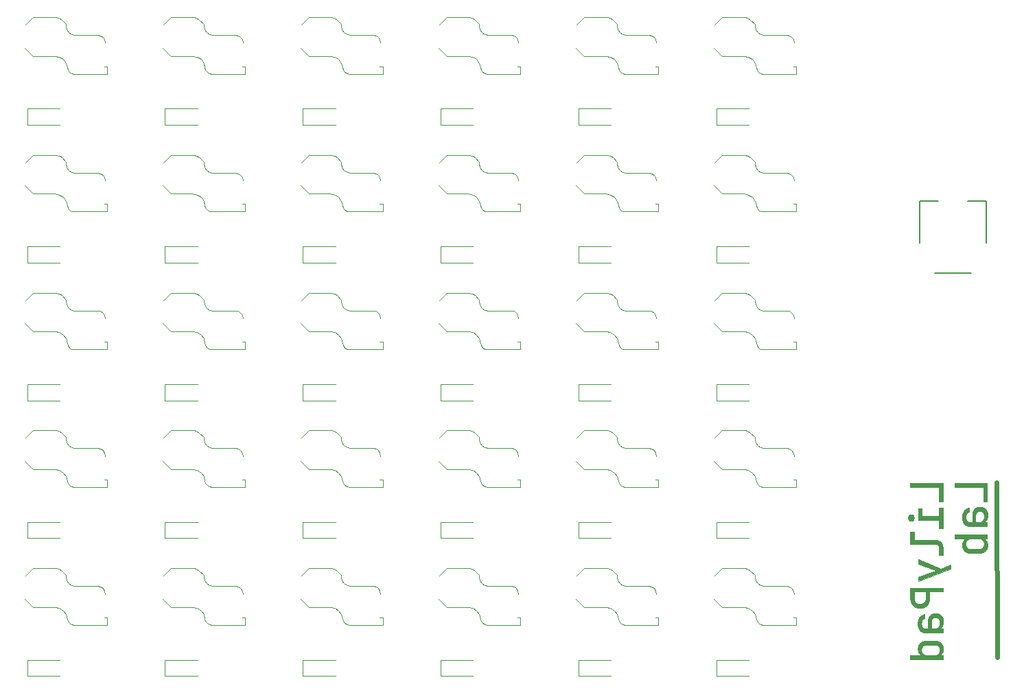
<source format=gbr>
%TF.GenerationSoftware,KiCad,Pcbnew,9.0.7*%
%TF.CreationDate,2026-01-23T21:58:34-06:00*%
%TF.ProjectId,LillyKey,4c696c6c-794b-4657-992e-6b696361645f,rev?*%
%TF.SameCoordinates,Original*%
%TF.FileFunction,Legend,Bot*%
%TF.FilePolarity,Positive*%
%FSLAX46Y46*%
G04 Gerber Fmt 4.6, Leading zero omitted, Abs format (unit mm)*
G04 Created by KiCad (PCBNEW 9.0.7) date 2026-01-23 21:58:34*
%MOMM*%
%LPD*%
G01*
G04 APERTURE LIST*
%ADD10C,0.048492*%
%ADD11C,0.594825*%
%ADD12C,0.100000*%
%ADD13C,0.120000*%
%ADD14C,0.152400*%
G04 APERTURE END LIST*
D10*
X143723840Y-102596516D02*
X143785660Y-102599660D01*
X143845813Y-102604899D01*
X143904297Y-102612234D01*
X143961114Y-102621664D01*
X144016263Y-102633191D01*
X144069744Y-102646812D01*
X144121557Y-102662530D01*
X144171702Y-102680343D01*
X144220179Y-102700251D01*
X144266989Y-102722256D01*
X144312130Y-102746355D01*
X144355604Y-102772551D01*
X144397410Y-102800842D01*
X144437548Y-102831228D01*
X144476018Y-102863710D01*
X144512478Y-102898609D01*
X144546585Y-102934876D01*
X144578340Y-102972512D01*
X144607744Y-103011516D01*
X144634794Y-103051889D01*
X144659493Y-103093631D01*
X144681839Y-103136741D01*
X144701833Y-103181219D01*
X144719475Y-103227066D01*
X144734764Y-103274282D01*
X144747701Y-103322866D01*
X144758286Y-103372819D01*
X144766519Y-103424140D01*
X144772400Y-103476829D01*
X144775928Y-103530887D01*
X144777104Y-103586313D01*
X144777100Y-103586313D01*
X144776459Y-103628268D01*
X144774534Y-103669282D01*
X144771326Y-103709355D01*
X144766836Y-103748487D01*
X144761062Y-103786679D01*
X144754005Y-103823929D01*
X144745665Y-103860239D01*
X144736042Y-103895607D01*
X144725136Y-103930035D01*
X144712947Y-103963522D01*
X144699475Y-103996068D01*
X144684720Y-104027673D01*
X144668682Y-104058338D01*
X144651361Y-104088061D01*
X144632757Y-104116844D01*
X144612870Y-104144686D01*
X144591166Y-104171351D01*
X144568478Y-104196606D01*
X144544806Y-104220449D01*
X144520151Y-104242880D01*
X144494512Y-104263900D01*
X144467890Y-104283509D01*
X144440283Y-104301707D01*
X144411693Y-104318493D01*
X144382120Y-104333868D01*
X144351562Y-104347832D01*
X144320021Y-104360384D01*
X144287495Y-104371525D01*
X144253987Y-104381254D01*
X144219494Y-104389573D01*
X144184017Y-104396480D01*
X144147557Y-104401975D01*
X144147557Y-104407419D01*
X144722356Y-104407419D01*
X144722356Y-104900102D01*
X140726140Y-104900102D01*
X140726140Y-104407419D01*
X141602025Y-104407419D01*
X142286309Y-104418371D01*
X142286309Y-104412927D01*
X142250512Y-104406748D01*
X142215656Y-104399157D01*
X142181741Y-104390155D01*
X142148766Y-104379741D01*
X142116733Y-104367916D01*
X142085641Y-104354680D01*
X142055490Y-104340032D01*
X142026280Y-104323973D01*
X141998011Y-104306502D01*
X141970683Y-104287620D01*
X141944295Y-104267327D01*
X141918848Y-104245622D01*
X141894343Y-104222506D01*
X141870778Y-104197978D01*
X141848154Y-104172040D01*
X141826470Y-104144689D01*
X141805920Y-104116848D01*
X141786696Y-104088065D01*
X141768797Y-104058341D01*
X141752225Y-104027677D01*
X141736978Y-103996072D01*
X141723058Y-103963526D01*
X141710463Y-103930039D01*
X141699194Y-103895611D01*
X141689250Y-103860242D01*
X141680633Y-103823932D01*
X141673341Y-103786681D01*
X141667696Y-103750543D01*
X142083764Y-103750543D01*
X142084512Y-103788350D01*
X142086758Y-103825130D01*
X142090500Y-103860884D01*
X142095739Y-103895611D01*
X142102475Y-103929312D01*
X142110707Y-103961986D01*
X142120437Y-103993634D01*
X142131664Y-104024256D01*
X142144387Y-104053851D01*
X142158607Y-104082419D01*
X142174325Y-104109962D01*
X142191539Y-104136478D01*
X142210250Y-104161968D01*
X142230458Y-104186431D01*
X142252163Y-104209868D01*
X142275365Y-104232279D01*
X142299892Y-104253491D01*
X142325575Y-104273335D01*
X142352412Y-104291811D01*
X142380403Y-104308918D01*
X142409550Y-104324656D01*
X142439851Y-104339026D01*
X142471307Y-104352027D01*
X142503917Y-104363660D01*
X142537683Y-104373924D01*
X142572603Y-104382819D01*
X142608677Y-104390346D01*
X142645906Y-104396505D01*
X142684290Y-104401295D01*
X142723829Y-104404716D01*
X142764522Y-104406769D01*
X142806370Y-104407453D01*
X143627507Y-104407453D01*
X143669355Y-104406769D01*
X143710048Y-104404716D01*
X143749587Y-104401295D01*
X143787971Y-104396505D01*
X143825200Y-104390346D01*
X143861275Y-104382819D01*
X143896195Y-104373924D01*
X143929960Y-104363660D01*
X143962571Y-104352027D01*
X143994026Y-104339026D01*
X144024327Y-104324656D01*
X144053474Y-104308918D01*
X144081466Y-104291811D01*
X144108303Y-104273335D01*
X144133985Y-104253491D01*
X144158513Y-104232279D01*
X144181715Y-104209868D01*
X144203420Y-104186431D01*
X144223628Y-104161968D01*
X144242339Y-104136478D01*
X144259553Y-104109962D01*
X144275270Y-104082419D01*
X144289490Y-104053851D01*
X144302214Y-104024256D01*
X144313440Y-103993634D01*
X144323170Y-103961986D01*
X144331403Y-103929312D01*
X144338139Y-103895611D01*
X144343378Y-103860884D01*
X144347120Y-103825130D01*
X144349365Y-103788350D01*
X144350114Y-103750543D01*
X144349472Y-103712074D01*
X144347548Y-103674673D01*
X144344340Y-103638342D01*
X144339850Y-103603080D01*
X144334076Y-103568887D01*
X144327020Y-103535763D01*
X144318680Y-103503709D01*
X144309057Y-103472723D01*
X144298152Y-103442807D01*
X144285963Y-103413960D01*
X144272491Y-103386182D01*
X144257737Y-103359474D01*
X144241699Y-103333834D01*
X144224378Y-103309264D01*
X144205774Y-103285762D01*
X144185887Y-103263330D01*
X144164567Y-103242118D01*
X144141664Y-103222274D01*
X144117179Y-103203798D01*
X144091111Y-103186691D01*
X144063462Y-103170953D01*
X144034230Y-103156583D01*
X144003415Y-103143582D01*
X143971019Y-103131949D01*
X143937040Y-103121685D01*
X143901478Y-103112789D01*
X143864334Y-103105262D01*
X143825608Y-103099104D01*
X143785300Y-103094314D01*
X143743409Y-103090893D01*
X143699937Y-103088840D01*
X143654881Y-103088156D01*
X142778996Y-103088156D01*
X142733299Y-103088840D01*
X142689269Y-103090893D01*
X142646907Y-103094314D01*
X142606213Y-103099104D01*
X142567188Y-103105262D01*
X142529830Y-103112789D01*
X142494140Y-103121685D01*
X142460118Y-103131949D01*
X142427764Y-103143582D01*
X142397078Y-103156583D01*
X142368060Y-103170953D01*
X142340710Y-103186691D01*
X142315028Y-103203798D01*
X142291014Y-103222274D01*
X142268668Y-103242118D01*
X142247990Y-103263330D01*
X142228103Y-103285762D01*
X142209499Y-103309264D01*
X142192179Y-103333834D01*
X142176141Y-103359474D01*
X142161386Y-103386182D01*
X142147914Y-103413960D01*
X142135726Y-103442807D01*
X142124820Y-103472723D01*
X142115197Y-103503709D01*
X142106858Y-103535763D01*
X142099801Y-103568887D01*
X142094028Y-103603080D01*
X142089537Y-103638342D01*
X142086330Y-103674673D01*
X142084405Y-103712074D01*
X142083764Y-103750543D01*
X141667696Y-103750543D01*
X141667375Y-103748490D01*
X141662735Y-103709357D01*
X141659421Y-103669283D01*
X141657432Y-103628269D01*
X141656769Y-103586313D01*
X141657946Y-103530245D01*
X141661474Y-103475631D01*
X141667354Y-103422471D01*
X141675587Y-103370765D01*
X141686171Y-103320513D01*
X141699108Y-103271715D01*
X141714398Y-103224371D01*
X141732039Y-103178481D01*
X141752033Y-103134046D01*
X141774379Y-103091064D01*
X141799078Y-103049536D01*
X141826128Y-103009463D01*
X141855532Y-102970843D01*
X141887287Y-102933678D01*
X141921395Y-102897967D01*
X141957856Y-102863710D01*
X141996347Y-102831228D01*
X142036549Y-102800842D01*
X142078462Y-102772551D01*
X142122085Y-102746355D01*
X142167419Y-102722256D01*
X142214464Y-102700251D01*
X142263219Y-102680343D01*
X142313685Y-102662530D01*
X142365861Y-102646812D01*
X142419748Y-102633191D01*
X142475346Y-102621664D01*
X142532655Y-102612234D01*
X142591674Y-102604899D01*
X142652404Y-102599660D01*
X142714845Y-102596516D01*
X142778996Y-102595468D01*
X143660351Y-102595468D01*
X143723840Y-102596516D01*
G36*
X143723840Y-102596516D02*
G01*
X143785660Y-102599660D01*
X143845813Y-102604899D01*
X143904297Y-102612234D01*
X143961114Y-102621664D01*
X144016263Y-102633191D01*
X144069744Y-102646812D01*
X144121557Y-102662530D01*
X144171702Y-102680343D01*
X144220179Y-102700251D01*
X144266989Y-102722256D01*
X144312130Y-102746355D01*
X144355604Y-102772551D01*
X144397410Y-102800842D01*
X144437548Y-102831228D01*
X144476018Y-102863710D01*
X144512478Y-102898609D01*
X144546585Y-102934876D01*
X144578340Y-102972512D01*
X144607744Y-103011516D01*
X144634794Y-103051889D01*
X144659493Y-103093631D01*
X144681839Y-103136741D01*
X144701833Y-103181219D01*
X144719475Y-103227066D01*
X144734764Y-103274282D01*
X144747701Y-103322866D01*
X144758286Y-103372819D01*
X144766519Y-103424140D01*
X144772400Y-103476829D01*
X144775928Y-103530887D01*
X144777104Y-103586313D01*
X144777100Y-103586313D01*
X144776459Y-103628268D01*
X144774534Y-103669282D01*
X144771326Y-103709355D01*
X144766836Y-103748487D01*
X144761062Y-103786679D01*
X144754005Y-103823929D01*
X144745665Y-103860239D01*
X144736042Y-103895607D01*
X144725136Y-103930035D01*
X144712947Y-103963522D01*
X144699475Y-103996068D01*
X144684720Y-104027673D01*
X144668682Y-104058338D01*
X144651361Y-104088061D01*
X144632757Y-104116844D01*
X144612870Y-104144686D01*
X144591166Y-104171351D01*
X144568478Y-104196606D01*
X144544806Y-104220449D01*
X144520151Y-104242880D01*
X144494512Y-104263900D01*
X144467890Y-104283509D01*
X144440283Y-104301707D01*
X144411693Y-104318493D01*
X144382120Y-104333868D01*
X144351562Y-104347832D01*
X144320021Y-104360384D01*
X144287495Y-104371525D01*
X144253987Y-104381254D01*
X144219494Y-104389573D01*
X144184017Y-104396480D01*
X144147557Y-104401975D01*
X144147557Y-104407419D01*
X144722356Y-104407419D01*
X144722356Y-104900102D01*
X140726140Y-104900102D01*
X140726140Y-104407419D01*
X141602025Y-104407419D01*
X142286309Y-104418371D01*
X142286309Y-104412927D01*
X142250512Y-104406748D01*
X142215656Y-104399157D01*
X142181741Y-104390155D01*
X142148766Y-104379741D01*
X142116733Y-104367916D01*
X142085641Y-104354680D01*
X142055490Y-104340032D01*
X142026280Y-104323973D01*
X141998011Y-104306502D01*
X141970683Y-104287620D01*
X141944295Y-104267327D01*
X141918848Y-104245622D01*
X141894343Y-104222506D01*
X141870778Y-104197978D01*
X141848154Y-104172040D01*
X141826470Y-104144689D01*
X141805920Y-104116848D01*
X141786696Y-104088065D01*
X141768797Y-104058341D01*
X141752225Y-104027677D01*
X141736978Y-103996072D01*
X141723058Y-103963526D01*
X141710463Y-103930039D01*
X141699194Y-103895611D01*
X141689250Y-103860242D01*
X141680633Y-103823932D01*
X141673341Y-103786681D01*
X141667696Y-103750543D01*
X142083764Y-103750543D01*
X142084512Y-103788350D01*
X142086758Y-103825130D01*
X142090500Y-103860884D01*
X142095739Y-103895611D01*
X142102475Y-103929312D01*
X142110707Y-103961986D01*
X142120437Y-103993634D01*
X142131664Y-104024256D01*
X142144387Y-104053851D01*
X142158607Y-104082419D01*
X142174325Y-104109962D01*
X142191539Y-104136478D01*
X142210250Y-104161968D01*
X142230458Y-104186431D01*
X142252163Y-104209868D01*
X142275365Y-104232279D01*
X142299892Y-104253491D01*
X142325575Y-104273335D01*
X142352412Y-104291811D01*
X142380403Y-104308918D01*
X142409550Y-104324656D01*
X142439851Y-104339026D01*
X142471307Y-104352027D01*
X142503917Y-104363660D01*
X142537683Y-104373924D01*
X142572603Y-104382819D01*
X142608677Y-104390346D01*
X142645906Y-104396505D01*
X142684290Y-104401295D01*
X142723829Y-104404716D01*
X142764522Y-104406769D01*
X142806370Y-104407453D01*
X143627507Y-104407453D01*
X143669355Y-104406769D01*
X143710048Y-104404716D01*
X143749587Y-104401295D01*
X143787971Y-104396505D01*
X143825200Y-104390346D01*
X143861275Y-104382819D01*
X143896195Y-104373924D01*
X143929960Y-104363660D01*
X143962571Y-104352027D01*
X143994026Y-104339026D01*
X144024327Y-104324656D01*
X144053474Y-104308918D01*
X144081466Y-104291811D01*
X144108303Y-104273335D01*
X144133985Y-104253491D01*
X144158513Y-104232279D01*
X144181715Y-104209868D01*
X144203420Y-104186431D01*
X144223628Y-104161968D01*
X144242339Y-104136478D01*
X144259553Y-104109962D01*
X144275270Y-104082419D01*
X144289490Y-104053851D01*
X144302214Y-104024256D01*
X144313440Y-103993634D01*
X144323170Y-103961986D01*
X144331403Y-103929312D01*
X144338139Y-103895611D01*
X144343378Y-103860884D01*
X144347120Y-103825130D01*
X144349365Y-103788350D01*
X144350114Y-103750543D01*
X144349472Y-103712074D01*
X144347548Y-103674673D01*
X144344340Y-103638342D01*
X144339850Y-103603080D01*
X144334076Y-103568887D01*
X144327020Y-103535763D01*
X144318680Y-103503709D01*
X144309057Y-103472723D01*
X144298152Y-103442807D01*
X144285963Y-103413960D01*
X144272491Y-103386182D01*
X144257737Y-103359474D01*
X144241699Y-103333834D01*
X144224378Y-103309264D01*
X144205774Y-103285762D01*
X144185887Y-103263330D01*
X144164567Y-103242118D01*
X144141664Y-103222274D01*
X144117179Y-103203798D01*
X144091111Y-103186691D01*
X144063462Y-103170953D01*
X144034230Y-103156583D01*
X144003415Y-103143582D01*
X143971019Y-103131949D01*
X143937040Y-103121685D01*
X143901478Y-103112789D01*
X143864334Y-103105262D01*
X143825608Y-103099104D01*
X143785300Y-103094314D01*
X143743409Y-103090893D01*
X143699937Y-103088840D01*
X143654881Y-103088156D01*
X142778996Y-103088156D01*
X142733299Y-103088840D01*
X142689269Y-103090893D01*
X142646907Y-103094314D01*
X142606213Y-103099104D01*
X142567188Y-103105262D01*
X142529830Y-103112789D01*
X142494140Y-103121685D01*
X142460118Y-103131949D01*
X142427764Y-103143582D01*
X142397078Y-103156583D01*
X142368060Y-103170953D01*
X142340710Y-103186691D01*
X142315028Y-103203798D01*
X142291014Y-103222274D01*
X142268668Y-103242118D01*
X142247990Y-103263330D01*
X142228103Y-103285762D01*
X142209499Y-103309264D01*
X142192179Y-103333834D01*
X142176141Y-103359474D01*
X142161386Y-103386182D01*
X142147914Y-103413960D01*
X142135726Y-103442807D01*
X142124820Y-103472723D01*
X142115197Y-103503709D01*
X142106858Y-103535763D01*
X142099801Y-103568887D01*
X142094028Y-103603080D01*
X142089537Y-103638342D01*
X142086330Y-103674673D01*
X142084405Y-103712074D01*
X142083764Y-103750543D01*
X141667696Y-103750543D01*
X141667375Y-103748490D01*
X141662735Y-103709357D01*
X141659421Y-103669283D01*
X141657432Y-103628269D01*
X141656769Y-103586313D01*
X141657946Y-103530245D01*
X141661474Y-103475631D01*
X141667354Y-103422471D01*
X141675587Y-103370765D01*
X141686171Y-103320513D01*
X141699108Y-103271715D01*
X141714398Y-103224371D01*
X141732039Y-103178481D01*
X141752033Y-103134046D01*
X141774379Y-103091064D01*
X141799078Y-103049536D01*
X141826128Y-103009463D01*
X141855532Y-102970843D01*
X141887287Y-102933678D01*
X141921395Y-102897967D01*
X141957856Y-102863710D01*
X141996347Y-102831228D01*
X142036549Y-102800842D01*
X142078462Y-102772551D01*
X142122085Y-102746355D01*
X142167419Y-102722256D01*
X142214464Y-102700251D01*
X142263219Y-102680343D01*
X142313685Y-102662530D01*
X142365861Y-102646812D01*
X142419748Y-102633191D01*
X142475346Y-102621664D01*
X142532655Y-102612234D01*
X142591674Y-102604899D01*
X142652404Y-102599660D01*
X142714845Y-102596516D01*
X142778996Y-102595468D01*
X143660351Y-102595468D01*
X143723840Y-102596516D01*
G37*
X140844277Y-87032539D02*
X140863352Y-87033758D01*
X140881913Y-87035789D01*
X140899962Y-87038633D01*
X140917497Y-87042290D01*
X140934518Y-87046759D01*
X140951027Y-87052040D01*
X140967022Y-87058134D01*
X140982504Y-87065041D01*
X140997473Y-87072760D01*
X141011929Y-87081292D01*
X141025871Y-87090637D01*
X141039300Y-87100794D01*
X141052216Y-87111763D01*
X141064619Y-87123546D01*
X141076508Y-87136141D01*
X141087778Y-87149441D01*
X141098320Y-87163341D01*
X141108135Y-87177839D01*
X141117223Y-87192936D01*
X141125584Y-87208631D01*
X141133218Y-87224926D01*
X141140124Y-87241819D01*
X141146304Y-87259311D01*
X141151756Y-87277401D01*
X141156482Y-87296091D01*
X141160480Y-87315379D01*
X141163752Y-87335266D01*
X141166296Y-87355751D01*
X141168114Y-87376836D01*
X141169204Y-87398519D01*
X141169568Y-87420801D01*
X141169204Y-87443084D01*
X141168114Y-87464767D01*
X141166296Y-87485852D01*
X141163752Y-87506338D01*
X141160480Y-87526226D01*
X141156482Y-87545514D01*
X141151756Y-87564204D01*
X141146304Y-87582295D01*
X141140124Y-87599787D01*
X141133218Y-87616680D01*
X141125584Y-87632975D01*
X141117223Y-87648670D01*
X141108135Y-87663767D01*
X141098320Y-87678265D01*
X141087778Y-87692165D01*
X141076508Y-87705465D01*
X141064619Y-87718060D01*
X141052216Y-87729842D01*
X141039300Y-87740812D01*
X141025870Y-87750969D01*
X141011928Y-87760314D01*
X140997472Y-87768845D01*
X140982503Y-87776565D01*
X140967021Y-87783471D01*
X140951025Y-87789566D01*
X140934517Y-87794847D01*
X140917495Y-87799316D01*
X140899960Y-87802973D01*
X140881912Y-87805816D01*
X140863351Y-87807848D01*
X140844276Y-87809067D01*
X140824689Y-87809473D01*
X140804438Y-87809067D01*
X140784744Y-87807848D01*
X140765605Y-87805816D01*
X140747023Y-87802973D01*
X140728996Y-87799316D01*
X140711526Y-87794847D01*
X140694611Y-87789566D01*
X140678252Y-87783471D01*
X140662450Y-87776565D01*
X140647203Y-87768845D01*
X140632513Y-87760314D01*
X140618378Y-87750969D01*
X140604799Y-87740812D01*
X140591776Y-87729842D01*
X140579310Y-87718060D01*
X140567399Y-87705465D01*
X140555467Y-87692165D01*
X140544305Y-87678265D01*
X140533913Y-87663767D01*
X140524290Y-87648670D01*
X140515438Y-87632975D01*
X140507355Y-87616680D01*
X140500042Y-87599787D01*
X140493499Y-87582295D01*
X140487725Y-87564204D01*
X140482721Y-87545514D01*
X140478488Y-87526226D01*
X140475023Y-87506338D01*
X140472329Y-87485852D01*
X140470405Y-87464767D01*
X140469250Y-87443084D01*
X140468865Y-87420801D01*
X140469250Y-87398519D01*
X140470405Y-87376836D01*
X140472329Y-87355751D01*
X140475023Y-87335266D01*
X140478488Y-87315379D01*
X140482721Y-87296091D01*
X140487725Y-87277401D01*
X140493499Y-87259311D01*
X140500042Y-87241819D01*
X140507355Y-87224926D01*
X140515438Y-87208631D01*
X140524290Y-87192936D01*
X140533913Y-87177839D01*
X140544305Y-87163341D01*
X140555467Y-87149441D01*
X140567399Y-87136141D01*
X140579310Y-87123546D01*
X140591776Y-87111763D01*
X140604799Y-87100794D01*
X140618378Y-87090637D01*
X140632513Y-87081292D01*
X140647203Y-87072760D01*
X140662450Y-87065041D01*
X140678252Y-87058134D01*
X140694611Y-87052040D01*
X140711526Y-87046759D01*
X140728996Y-87042290D01*
X140747023Y-87038633D01*
X140765605Y-87035789D01*
X140784744Y-87033758D01*
X140804438Y-87032539D01*
X140824689Y-87032133D01*
X140844277Y-87032539D01*
G36*
X140844277Y-87032539D02*
G01*
X140863352Y-87033758D01*
X140881913Y-87035789D01*
X140899962Y-87038633D01*
X140917497Y-87042290D01*
X140934518Y-87046759D01*
X140951027Y-87052040D01*
X140967022Y-87058134D01*
X140982504Y-87065041D01*
X140997473Y-87072760D01*
X141011929Y-87081292D01*
X141025871Y-87090637D01*
X141039300Y-87100794D01*
X141052216Y-87111763D01*
X141064619Y-87123546D01*
X141076508Y-87136141D01*
X141087778Y-87149441D01*
X141098320Y-87163341D01*
X141108135Y-87177839D01*
X141117223Y-87192936D01*
X141125584Y-87208631D01*
X141133218Y-87224926D01*
X141140124Y-87241819D01*
X141146304Y-87259311D01*
X141151756Y-87277401D01*
X141156482Y-87296091D01*
X141160480Y-87315379D01*
X141163752Y-87335266D01*
X141166296Y-87355751D01*
X141168114Y-87376836D01*
X141169204Y-87398519D01*
X141169568Y-87420801D01*
X141169204Y-87443084D01*
X141168114Y-87464767D01*
X141166296Y-87485852D01*
X141163752Y-87506338D01*
X141160480Y-87526226D01*
X141156482Y-87545514D01*
X141151756Y-87564204D01*
X141146304Y-87582295D01*
X141140124Y-87599787D01*
X141133218Y-87616680D01*
X141125584Y-87632975D01*
X141117223Y-87648670D01*
X141108135Y-87663767D01*
X141098320Y-87678265D01*
X141087778Y-87692165D01*
X141076508Y-87705465D01*
X141064619Y-87718060D01*
X141052216Y-87729842D01*
X141039300Y-87740812D01*
X141025870Y-87750969D01*
X141011928Y-87760314D01*
X140997472Y-87768845D01*
X140982503Y-87776565D01*
X140967021Y-87783471D01*
X140951025Y-87789566D01*
X140934517Y-87794847D01*
X140917495Y-87799316D01*
X140899960Y-87802973D01*
X140881912Y-87805816D01*
X140863351Y-87807848D01*
X140844276Y-87809067D01*
X140824689Y-87809473D01*
X140804438Y-87809067D01*
X140784744Y-87807848D01*
X140765605Y-87805816D01*
X140747023Y-87802973D01*
X140728996Y-87799316D01*
X140711526Y-87794847D01*
X140694611Y-87789566D01*
X140678252Y-87783471D01*
X140662450Y-87776565D01*
X140647203Y-87768845D01*
X140632513Y-87760314D01*
X140618378Y-87750969D01*
X140604799Y-87740812D01*
X140591776Y-87729842D01*
X140579310Y-87718060D01*
X140567399Y-87705465D01*
X140555467Y-87692165D01*
X140544305Y-87678265D01*
X140533913Y-87663767D01*
X140524290Y-87648670D01*
X140515438Y-87632975D01*
X140507355Y-87616680D01*
X140500042Y-87599787D01*
X140493499Y-87582295D01*
X140487725Y-87564204D01*
X140482721Y-87545514D01*
X140478488Y-87526226D01*
X140475023Y-87506338D01*
X140472329Y-87485852D01*
X140470405Y-87464767D01*
X140469250Y-87443084D01*
X140468865Y-87420801D01*
X140469250Y-87398519D01*
X140470405Y-87376836D01*
X140472329Y-87355751D01*
X140475023Y-87335266D01*
X140478488Y-87315379D01*
X140482721Y-87296091D01*
X140487725Y-87277401D01*
X140493499Y-87259311D01*
X140500042Y-87241819D01*
X140507355Y-87224926D01*
X140515438Y-87208631D01*
X140524290Y-87192936D01*
X140533913Y-87177839D01*
X140544305Y-87163341D01*
X140555467Y-87149441D01*
X140567399Y-87136141D01*
X140579310Y-87123546D01*
X140591776Y-87111763D01*
X140604799Y-87100794D01*
X140618378Y-87090637D01*
X140632513Y-87081292D01*
X140647203Y-87072760D01*
X140662450Y-87065041D01*
X140678252Y-87058134D01*
X140694611Y-87052040D01*
X140711526Y-87046759D01*
X140728996Y-87042290D01*
X140747023Y-87038633D01*
X140765605Y-87035789D01*
X140784744Y-87033758D01*
X140804438Y-87032539D01*
X140824689Y-87032133D01*
X140844277Y-87032539D01*
G37*
X141175042Y-90185308D02*
X143873852Y-90185308D01*
X143921174Y-90186228D01*
X143967342Y-90188986D01*
X144012354Y-90193584D01*
X144056213Y-90200020D01*
X144098916Y-90208296D01*
X144140465Y-90218410D01*
X144180859Y-90230364D01*
X144220098Y-90244157D01*
X144258183Y-90259788D01*
X144295113Y-90277259D01*
X144330888Y-90296568D01*
X144365509Y-90317717D01*
X144398975Y-90340705D01*
X144431286Y-90365531D01*
X144462442Y-90392197D01*
X144492444Y-90420702D01*
X144520285Y-90451430D01*
X144546331Y-90483398D01*
X144570580Y-90516607D01*
X144593033Y-90551056D01*
X144613690Y-90586746D01*
X144632550Y-90623676D01*
X144649615Y-90661846D01*
X144664883Y-90701256D01*
X144678355Y-90741907D01*
X144690030Y-90783798D01*
X144699910Y-90826929D01*
X144707993Y-90871301D01*
X144714280Y-90916912D01*
X144718771Y-90963764D01*
X144721465Y-91011857D01*
X144722363Y-91061189D01*
X144722367Y-91991815D01*
X144273480Y-91991815D01*
X144273480Y-91061189D01*
X144273074Y-91039571D01*
X144271855Y-91018508D01*
X144269824Y-90998001D01*
X144266980Y-90978050D01*
X144263323Y-90958655D01*
X144258854Y-90939815D01*
X144253573Y-90921532D01*
X144247478Y-90903805D01*
X144240571Y-90886634D01*
X144232852Y-90870019D01*
X144224320Y-90853959D01*
X144214975Y-90838456D01*
X144204817Y-90823509D01*
X144193847Y-90809118D01*
X144182064Y-90795282D01*
X144169469Y-90782003D01*
X144155484Y-90769408D01*
X144140900Y-90757626D01*
X144125717Y-90746656D01*
X144109936Y-90736499D01*
X144093556Y-90727154D01*
X144076577Y-90718622D01*
X144058999Y-90710902D01*
X144040823Y-90703995D01*
X144022048Y-90697901D01*
X144002674Y-90692619D01*
X143982701Y-90688149D01*
X143962130Y-90684493D01*
X143940959Y-90681648D01*
X143919190Y-90679617D01*
X143896823Y-90678398D01*
X143873856Y-90677992D01*
X140726151Y-90677992D01*
X140726151Y-89145197D01*
X141175042Y-89145197D01*
X141175042Y-90185308D01*
G36*
X141175042Y-90185308D02*
G01*
X143873852Y-90185308D01*
X143921174Y-90186228D01*
X143967342Y-90188986D01*
X144012354Y-90193584D01*
X144056213Y-90200020D01*
X144098916Y-90208296D01*
X144140465Y-90218410D01*
X144180859Y-90230364D01*
X144220098Y-90244157D01*
X144258183Y-90259788D01*
X144295113Y-90277259D01*
X144330888Y-90296568D01*
X144365509Y-90317717D01*
X144398975Y-90340705D01*
X144431286Y-90365531D01*
X144462442Y-90392197D01*
X144492444Y-90420702D01*
X144520285Y-90451430D01*
X144546331Y-90483398D01*
X144570580Y-90516607D01*
X144593033Y-90551056D01*
X144613690Y-90586746D01*
X144632550Y-90623676D01*
X144649615Y-90661846D01*
X144664883Y-90701256D01*
X144678355Y-90741907D01*
X144690030Y-90783798D01*
X144699910Y-90826929D01*
X144707993Y-90871301D01*
X144714280Y-90916912D01*
X144718771Y-90963764D01*
X144721465Y-91011857D01*
X144722363Y-91061189D01*
X144722367Y-91991815D01*
X144273480Y-91991815D01*
X144273480Y-91061189D01*
X144273074Y-91039571D01*
X144271855Y-91018508D01*
X144269824Y-90998001D01*
X144266980Y-90978050D01*
X144263323Y-90958655D01*
X144258854Y-90939815D01*
X144253573Y-90921532D01*
X144247478Y-90903805D01*
X144240571Y-90886634D01*
X144232852Y-90870019D01*
X144224320Y-90853959D01*
X144214975Y-90838456D01*
X144204817Y-90823509D01*
X144193847Y-90809118D01*
X144182064Y-90795282D01*
X144169469Y-90782003D01*
X144155484Y-90769408D01*
X144140900Y-90757626D01*
X144125717Y-90746656D01*
X144109936Y-90736499D01*
X144093556Y-90727154D01*
X144076577Y-90718622D01*
X144058999Y-90710902D01*
X144040823Y-90703995D01*
X144022048Y-90697901D01*
X144002674Y-90692619D01*
X143982701Y-90688149D01*
X143962130Y-90684493D01*
X143940959Y-90681648D01*
X143919190Y-90679617D01*
X143896823Y-90678398D01*
X143873856Y-90677992D01*
X140726151Y-90677992D01*
X140726151Y-89145197D01*
X141175042Y-89145197D01*
X141175042Y-90185308D01*
G37*
X149361866Y-86064254D02*
X149412696Y-86067461D01*
X149462285Y-86072807D01*
X149510634Y-86080292D01*
X149557743Y-86089915D01*
X149603611Y-86101676D01*
X149648239Y-86115576D01*
X149691627Y-86131614D01*
X149733775Y-86149790D01*
X149774682Y-86170104D01*
X149814349Y-86192557D01*
X149852775Y-86217149D01*
X149889961Y-86243878D01*
X149925907Y-86272746D01*
X149960612Y-86303752D01*
X149994076Y-86336897D01*
X150025234Y-86371859D01*
X150054380Y-86408319D01*
X150081517Y-86446275D01*
X150106644Y-86485729D01*
X150129760Y-86526679D01*
X150150866Y-86569126D01*
X150169962Y-86613070D01*
X150187048Y-86658510D01*
X150202123Y-86705448D01*
X150215189Y-86753883D01*
X150226244Y-86803814D01*
X150235290Y-86855243D01*
X150242325Y-86908168D01*
X150247350Y-86962590D01*
X150250365Y-87018510D01*
X150251370Y-87075924D01*
X150250750Y-87123907D01*
X150248890Y-87170694D01*
X150245789Y-87216284D01*
X150241448Y-87260677D01*
X150235867Y-87303872D01*
X150229046Y-87345869D01*
X150220984Y-87386670D01*
X150211682Y-87426272D01*
X150201140Y-87464677D01*
X150189357Y-87501885D01*
X150176335Y-87537896D01*
X150162072Y-87572709D01*
X150146569Y-87606324D01*
X150129825Y-87638743D01*
X150111842Y-87669964D01*
X150092618Y-87699987D01*
X150071639Y-87728663D01*
X150049763Y-87755842D01*
X150026989Y-87781524D01*
X150003317Y-87805709D01*
X149978746Y-87828397D01*
X149953278Y-87849588D01*
X149926911Y-87869282D01*
X149899647Y-87887480D01*
X149871484Y-87904180D01*
X149842423Y-87919384D01*
X149812464Y-87933091D01*
X149781607Y-87945301D01*
X149749852Y-87956014D01*
X149717198Y-87965231D01*
X149683647Y-87972951D01*
X149649197Y-87979173D01*
X149649197Y-87990125D01*
X150196622Y-87990125D01*
X150196622Y-88477335D01*
X148127351Y-88477335D01*
X148069314Y-88476180D01*
X148012903Y-88472716D01*
X147958117Y-88466942D01*
X147904957Y-88458859D01*
X147853421Y-88448467D01*
X147803511Y-88435765D01*
X147755227Y-88420753D01*
X147708567Y-88403432D01*
X147663533Y-88383802D01*
X147620124Y-88361862D01*
X147578340Y-88337613D01*
X147538182Y-88311054D01*
X147499649Y-88282187D01*
X147462740Y-88251009D01*
X147427457Y-88217522D01*
X147393800Y-88181726D01*
X147361980Y-88144454D01*
X147332213Y-88105172D01*
X147304500Y-88063880D01*
X147278839Y-88020578D01*
X147255231Y-87975265D01*
X147233677Y-87927943D01*
X147214175Y-87878610D01*
X147196726Y-87827268D01*
X147181329Y-87773915D01*
X147167986Y-87718553D01*
X147156696Y-87661180D01*
X147147458Y-87601797D01*
X147140273Y-87540404D01*
X147135141Y-87477000D01*
X147132062Y-87411587D01*
X147131036Y-87344164D01*
X147131955Y-87281980D01*
X147134714Y-87221335D01*
X147139311Y-87162230D01*
X147145748Y-87104665D01*
X147154024Y-87048640D01*
X147164139Y-86994154D01*
X147176093Y-86941208D01*
X147189885Y-86889801D01*
X147205517Y-86839934D01*
X147222988Y-86791607D01*
X147242297Y-86744820D01*
X147263446Y-86699571D01*
X147286433Y-86655863D01*
X147311260Y-86613694D01*
X147337925Y-86573065D01*
X147366429Y-86533975D01*
X147395661Y-86497409D01*
X147425876Y-86462980D01*
X147457075Y-86430691D01*
X147489258Y-86400539D01*
X147522424Y-86372526D01*
X147556574Y-86346652D01*
X147591708Y-86322916D01*
X147627826Y-86301318D01*
X147664927Y-86281859D01*
X147703012Y-86264538D01*
X147742081Y-86249356D01*
X147782133Y-86236312D01*
X147823169Y-86225406D01*
X147865189Y-86216639D01*
X147908193Y-86210009D01*
X147952180Y-86205519D01*
X147952180Y-86698206D01*
X147929235Y-86700216D01*
X147906931Y-86703508D01*
X147885269Y-86708084D01*
X147864249Y-86713943D01*
X147843870Y-86721086D01*
X147833921Y-86725138D01*
X147824133Y-86729511D01*
X147814505Y-86734204D01*
X147805037Y-86739219D01*
X147786583Y-86750210D01*
X147768770Y-86762484D01*
X147751599Y-86776042D01*
X147735069Y-86790882D01*
X147719180Y-86807005D01*
X147703934Y-86824412D01*
X147689328Y-86843101D01*
X147675364Y-86863073D01*
X147662041Y-86884329D01*
X147649446Y-86906653D01*
X147637663Y-86929833D01*
X147626693Y-86953869D01*
X147616535Y-86978759D01*
X147607190Y-87004506D01*
X147598658Y-87031107D01*
X147590939Y-87058564D01*
X147584032Y-87086877D01*
X147577938Y-87116044D01*
X147572656Y-87146067D01*
X147568187Y-87176946D01*
X147564530Y-87208680D01*
X147561686Y-87241269D01*
X147559655Y-87274713D01*
X147558436Y-87309013D01*
X147558030Y-87344168D01*
X147558602Y-87383572D01*
X147560318Y-87421726D01*
X147563178Y-87458629D01*
X147567182Y-87494281D01*
X147572330Y-87528683D01*
X147578623Y-87561833D01*
X147586059Y-87593732D01*
X147594639Y-87624380D01*
X147604364Y-87653778D01*
X147615232Y-87681924D01*
X147627245Y-87708820D01*
X147640401Y-87734464D01*
X147654702Y-87758858D01*
X147670147Y-87782000D01*
X147686735Y-87803892D01*
X147704468Y-87824533D01*
X147723345Y-87843923D01*
X147743366Y-87862061D01*
X147764530Y-87878949D01*
X147786839Y-87894586D01*
X147810292Y-87908972D01*
X147834889Y-87922107D01*
X147860630Y-87933991D01*
X147887515Y-87944625D01*
X147915544Y-87954007D01*
X147944717Y-87962138D01*
X147975034Y-87969018D01*
X148006496Y-87974648D01*
X148039101Y-87979026D01*
X148072850Y-87982153D01*
X148107743Y-87984030D01*
X148143780Y-87984655D01*
X148379174Y-87984655D01*
X148379174Y-87108774D01*
X148762372Y-87108774D01*
X148762372Y-87984655D01*
X149183881Y-87984655D01*
X149221025Y-87983821D01*
X149257186Y-87981319D01*
X149292364Y-87977149D01*
X149326557Y-87971311D01*
X149359767Y-87963806D01*
X149391992Y-87954632D01*
X149423235Y-87943790D01*
X149453493Y-87931280D01*
X149482767Y-87917103D01*
X149511058Y-87901257D01*
X149538365Y-87883744D01*
X149564689Y-87864563D01*
X149590028Y-87843713D01*
X149614384Y-87821196D01*
X149637757Y-87797011D01*
X149660145Y-87771158D01*
X149681358Y-87743893D01*
X149701202Y-87715473D01*
X149719678Y-87685899D01*
X149736785Y-87655170D01*
X149752524Y-87623286D01*
X149766894Y-87590248D01*
X149779895Y-87556055D01*
X149791528Y-87520707D01*
X149801793Y-87484205D01*
X149810689Y-87446548D01*
X149818216Y-87407737D01*
X149824375Y-87367770D01*
X149829165Y-87326650D01*
X149832587Y-87284374D01*
X149834640Y-87240944D01*
X149835324Y-87196359D01*
X149834768Y-87159900D01*
X149833100Y-87124424D01*
X149830321Y-87089932D01*
X149826429Y-87056423D01*
X149821425Y-87023898D01*
X149815310Y-86992357D01*
X149808082Y-86961800D01*
X149799742Y-86932226D01*
X149790291Y-86903636D01*
X149779727Y-86876029D01*
X149768051Y-86849407D01*
X149755263Y-86823767D01*
X149741363Y-86799112D01*
X149726351Y-86775440D01*
X149710227Y-86752751D01*
X149692990Y-86731046D01*
X149674109Y-86711160D01*
X149654415Y-86692557D01*
X149633908Y-86675236D01*
X149612588Y-86659198D01*
X149590456Y-86644444D01*
X149567511Y-86630972D01*
X149543754Y-86618783D01*
X149519184Y-86607878D01*
X149493801Y-86598255D01*
X149467606Y-86589915D01*
X149440598Y-86582858D01*
X149412778Y-86577084D01*
X149384144Y-86572594D01*
X149354699Y-86569386D01*
X149324441Y-86567461D01*
X149293370Y-86566820D01*
X149263647Y-86567397D01*
X149234693Y-86569129D01*
X149206510Y-86572016D01*
X149179096Y-86576058D01*
X149152452Y-86581254D01*
X149126577Y-86587605D01*
X149101473Y-86595111D01*
X149077138Y-86603771D01*
X149053573Y-86613586D01*
X149030777Y-86624556D01*
X149008752Y-86636681D01*
X148987496Y-86649961D01*
X148967010Y-86664395D01*
X148947294Y-86679985D01*
X148928348Y-86696729D01*
X148910172Y-86714628D01*
X148892274Y-86734130D01*
X148875531Y-86754316D01*
X148859943Y-86775186D01*
X148845510Y-86796741D01*
X148832231Y-86818980D01*
X148820106Y-86841903D01*
X148809137Y-86865511D01*
X148799322Y-86889803D01*
X148790662Y-86914779D01*
X148783156Y-86940440D01*
X148776805Y-86966785D01*
X148771609Y-86993814D01*
X148767568Y-87021527D01*
X148764681Y-87049925D01*
X148762949Y-87079007D01*
X148762372Y-87108774D01*
X148379174Y-87108774D01*
X148379174Y-87054029D01*
X148379644Y-87018020D01*
X148381056Y-86982523D01*
X148383408Y-86947539D01*
X148386701Y-86913069D01*
X148390935Y-86879112D01*
X148396109Y-86845667D01*
X148402225Y-86812736D01*
X148409281Y-86780319D01*
X148417279Y-86748414D01*
X148426217Y-86717022D01*
X148436097Y-86686144D01*
X148446917Y-86655779D01*
X148458678Y-86625927D01*
X148471380Y-86596588D01*
X148485024Y-86567762D01*
X148499608Y-86539450D01*
X148514342Y-86511779D01*
X148529802Y-86484877D01*
X148545990Y-86458746D01*
X148562905Y-86433385D01*
X148580547Y-86408793D01*
X148598916Y-86384972D01*
X148618011Y-86361920D01*
X148637834Y-86339638D01*
X148658384Y-86318126D01*
X148679661Y-86297384D01*
X148701665Y-86277411D01*
X148724395Y-86258209D01*
X148747853Y-86239776D01*
X148772037Y-86222113D01*
X148796949Y-86205220D01*
X148822587Y-86189096D01*
X148848867Y-86173850D01*
X148875704Y-86159586D01*
X148903096Y-86146307D01*
X148931045Y-86134011D01*
X148959549Y-86122699D01*
X148988610Y-86112370D01*
X149018226Y-86103025D01*
X149048399Y-86094663D01*
X149079127Y-86087286D01*
X149110412Y-86080892D01*
X149142253Y-86075481D01*
X149174649Y-86071054D01*
X149207602Y-86067611D01*
X149241111Y-86065152D01*
X149275175Y-86063676D01*
X149293370Y-86063418D01*
X149309796Y-86063185D01*
X149361866Y-86064254D01*
G36*
X149361866Y-86064254D02*
G01*
X149412696Y-86067461D01*
X149462285Y-86072807D01*
X149510634Y-86080292D01*
X149557743Y-86089915D01*
X149603611Y-86101676D01*
X149648239Y-86115576D01*
X149691627Y-86131614D01*
X149733775Y-86149790D01*
X149774682Y-86170104D01*
X149814349Y-86192557D01*
X149852775Y-86217149D01*
X149889961Y-86243878D01*
X149925907Y-86272746D01*
X149960612Y-86303752D01*
X149994076Y-86336897D01*
X150025234Y-86371859D01*
X150054380Y-86408319D01*
X150081517Y-86446275D01*
X150106644Y-86485729D01*
X150129760Y-86526679D01*
X150150866Y-86569126D01*
X150169962Y-86613070D01*
X150187048Y-86658510D01*
X150202123Y-86705448D01*
X150215189Y-86753883D01*
X150226244Y-86803814D01*
X150235290Y-86855243D01*
X150242325Y-86908168D01*
X150247350Y-86962590D01*
X150250365Y-87018510D01*
X150251370Y-87075924D01*
X150250750Y-87123907D01*
X150248890Y-87170694D01*
X150245789Y-87216284D01*
X150241448Y-87260677D01*
X150235867Y-87303872D01*
X150229046Y-87345869D01*
X150220984Y-87386670D01*
X150211682Y-87426272D01*
X150201140Y-87464677D01*
X150189357Y-87501885D01*
X150176335Y-87537896D01*
X150162072Y-87572709D01*
X150146569Y-87606324D01*
X150129825Y-87638743D01*
X150111842Y-87669964D01*
X150092618Y-87699987D01*
X150071639Y-87728663D01*
X150049763Y-87755842D01*
X150026989Y-87781524D01*
X150003317Y-87805709D01*
X149978746Y-87828397D01*
X149953278Y-87849588D01*
X149926911Y-87869282D01*
X149899647Y-87887480D01*
X149871484Y-87904180D01*
X149842423Y-87919384D01*
X149812464Y-87933091D01*
X149781607Y-87945301D01*
X149749852Y-87956014D01*
X149717198Y-87965231D01*
X149683647Y-87972951D01*
X149649197Y-87979173D01*
X149649197Y-87990125D01*
X150196622Y-87990125D01*
X150196622Y-88477335D01*
X148127351Y-88477335D01*
X148069314Y-88476180D01*
X148012903Y-88472716D01*
X147958117Y-88466942D01*
X147904957Y-88458859D01*
X147853421Y-88448467D01*
X147803511Y-88435765D01*
X147755227Y-88420753D01*
X147708567Y-88403432D01*
X147663533Y-88383802D01*
X147620124Y-88361862D01*
X147578340Y-88337613D01*
X147538182Y-88311054D01*
X147499649Y-88282187D01*
X147462740Y-88251009D01*
X147427457Y-88217522D01*
X147393800Y-88181726D01*
X147361980Y-88144454D01*
X147332213Y-88105172D01*
X147304500Y-88063880D01*
X147278839Y-88020578D01*
X147255231Y-87975265D01*
X147233677Y-87927943D01*
X147214175Y-87878610D01*
X147196726Y-87827268D01*
X147181329Y-87773915D01*
X147167986Y-87718553D01*
X147156696Y-87661180D01*
X147147458Y-87601797D01*
X147140273Y-87540404D01*
X147135141Y-87477000D01*
X147132062Y-87411587D01*
X147131036Y-87344164D01*
X147131955Y-87281980D01*
X147134714Y-87221335D01*
X147139311Y-87162230D01*
X147145748Y-87104665D01*
X147154024Y-87048640D01*
X147164139Y-86994154D01*
X147176093Y-86941208D01*
X147189885Y-86889801D01*
X147205517Y-86839934D01*
X147222988Y-86791607D01*
X147242297Y-86744820D01*
X147263446Y-86699571D01*
X147286433Y-86655863D01*
X147311260Y-86613694D01*
X147337925Y-86573065D01*
X147366429Y-86533975D01*
X147395661Y-86497409D01*
X147425876Y-86462980D01*
X147457075Y-86430691D01*
X147489258Y-86400539D01*
X147522424Y-86372526D01*
X147556574Y-86346652D01*
X147591708Y-86322916D01*
X147627826Y-86301318D01*
X147664927Y-86281859D01*
X147703012Y-86264538D01*
X147742081Y-86249356D01*
X147782133Y-86236312D01*
X147823169Y-86225406D01*
X147865189Y-86216639D01*
X147908193Y-86210009D01*
X147952180Y-86205519D01*
X147952180Y-86698206D01*
X147929235Y-86700216D01*
X147906931Y-86703508D01*
X147885269Y-86708084D01*
X147864249Y-86713943D01*
X147843870Y-86721086D01*
X147833921Y-86725138D01*
X147824133Y-86729511D01*
X147814505Y-86734204D01*
X147805037Y-86739219D01*
X147786583Y-86750210D01*
X147768770Y-86762484D01*
X147751599Y-86776042D01*
X147735069Y-86790882D01*
X147719180Y-86807005D01*
X147703934Y-86824412D01*
X147689328Y-86843101D01*
X147675364Y-86863073D01*
X147662041Y-86884329D01*
X147649446Y-86906653D01*
X147637663Y-86929833D01*
X147626693Y-86953869D01*
X147616535Y-86978759D01*
X147607190Y-87004506D01*
X147598658Y-87031107D01*
X147590939Y-87058564D01*
X147584032Y-87086877D01*
X147577938Y-87116044D01*
X147572656Y-87146067D01*
X147568187Y-87176946D01*
X147564530Y-87208680D01*
X147561686Y-87241269D01*
X147559655Y-87274713D01*
X147558436Y-87309013D01*
X147558030Y-87344168D01*
X147558602Y-87383572D01*
X147560318Y-87421726D01*
X147563178Y-87458629D01*
X147567182Y-87494281D01*
X147572330Y-87528683D01*
X147578623Y-87561833D01*
X147586059Y-87593732D01*
X147594639Y-87624380D01*
X147604364Y-87653778D01*
X147615232Y-87681924D01*
X147627245Y-87708820D01*
X147640401Y-87734464D01*
X147654702Y-87758858D01*
X147670147Y-87782000D01*
X147686735Y-87803892D01*
X147704468Y-87824533D01*
X147723345Y-87843923D01*
X147743366Y-87862061D01*
X147764530Y-87878949D01*
X147786839Y-87894586D01*
X147810292Y-87908972D01*
X147834889Y-87922107D01*
X147860630Y-87933991D01*
X147887515Y-87944625D01*
X147915544Y-87954007D01*
X147944717Y-87962138D01*
X147975034Y-87969018D01*
X148006496Y-87974648D01*
X148039101Y-87979026D01*
X148072850Y-87982153D01*
X148107743Y-87984030D01*
X148143780Y-87984655D01*
X148379174Y-87984655D01*
X148379174Y-87108774D01*
X148762372Y-87108774D01*
X148762372Y-87984655D01*
X149183881Y-87984655D01*
X149221025Y-87983821D01*
X149257186Y-87981319D01*
X149292364Y-87977149D01*
X149326557Y-87971311D01*
X149359767Y-87963806D01*
X149391992Y-87954632D01*
X149423235Y-87943790D01*
X149453493Y-87931280D01*
X149482767Y-87917103D01*
X149511058Y-87901257D01*
X149538365Y-87883744D01*
X149564689Y-87864563D01*
X149590028Y-87843713D01*
X149614384Y-87821196D01*
X149637757Y-87797011D01*
X149660145Y-87771158D01*
X149681358Y-87743893D01*
X149701202Y-87715473D01*
X149719678Y-87685899D01*
X149736785Y-87655170D01*
X149752524Y-87623286D01*
X149766894Y-87590248D01*
X149779895Y-87556055D01*
X149791528Y-87520707D01*
X149801793Y-87484205D01*
X149810689Y-87446548D01*
X149818216Y-87407737D01*
X149824375Y-87367770D01*
X149829165Y-87326650D01*
X149832587Y-87284374D01*
X149834640Y-87240944D01*
X149835324Y-87196359D01*
X149834768Y-87159900D01*
X149833100Y-87124424D01*
X149830321Y-87089932D01*
X149826429Y-87056423D01*
X149821425Y-87023898D01*
X149815310Y-86992357D01*
X149808082Y-86961800D01*
X149799742Y-86932226D01*
X149790291Y-86903636D01*
X149779727Y-86876029D01*
X149768051Y-86849407D01*
X149755263Y-86823767D01*
X149741363Y-86799112D01*
X149726351Y-86775440D01*
X149710227Y-86752751D01*
X149692990Y-86731046D01*
X149674109Y-86711160D01*
X149654415Y-86692557D01*
X149633908Y-86675236D01*
X149612588Y-86659198D01*
X149590456Y-86644444D01*
X149567511Y-86630972D01*
X149543754Y-86618783D01*
X149519184Y-86607878D01*
X149493801Y-86598255D01*
X149467606Y-86589915D01*
X149440598Y-86582858D01*
X149412778Y-86577084D01*
X149384144Y-86572594D01*
X149354699Y-86569386D01*
X149324441Y-86567461D01*
X149293370Y-86566820D01*
X149263647Y-86567397D01*
X149234693Y-86569129D01*
X149206510Y-86572016D01*
X149179096Y-86576058D01*
X149152452Y-86581254D01*
X149126577Y-86587605D01*
X149101473Y-86595111D01*
X149077138Y-86603771D01*
X149053573Y-86613586D01*
X149030777Y-86624556D01*
X149008752Y-86636681D01*
X148987496Y-86649961D01*
X148967010Y-86664395D01*
X148947294Y-86679985D01*
X148928348Y-86696729D01*
X148910172Y-86714628D01*
X148892274Y-86734130D01*
X148875531Y-86754316D01*
X148859943Y-86775186D01*
X148845510Y-86796741D01*
X148832231Y-86818980D01*
X148820106Y-86841903D01*
X148809137Y-86865511D01*
X148799322Y-86889803D01*
X148790662Y-86914779D01*
X148783156Y-86940440D01*
X148776805Y-86966785D01*
X148771609Y-86993814D01*
X148767568Y-87021527D01*
X148764681Y-87049925D01*
X148762949Y-87079007D01*
X148762372Y-87108774D01*
X148379174Y-87108774D01*
X148379174Y-87054029D01*
X148379644Y-87018020D01*
X148381056Y-86982523D01*
X148383408Y-86947539D01*
X148386701Y-86913069D01*
X148390935Y-86879112D01*
X148396109Y-86845667D01*
X148402225Y-86812736D01*
X148409281Y-86780319D01*
X148417279Y-86748414D01*
X148426217Y-86717022D01*
X148436097Y-86686144D01*
X148446917Y-86655779D01*
X148458678Y-86625927D01*
X148471380Y-86596588D01*
X148485024Y-86567762D01*
X148499608Y-86539450D01*
X148514342Y-86511779D01*
X148529802Y-86484877D01*
X148545990Y-86458746D01*
X148562905Y-86433385D01*
X148580547Y-86408793D01*
X148598916Y-86384972D01*
X148618011Y-86361920D01*
X148637834Y-86339638D01*
X148658384Y-86318126D01*
X148679661Y-86297384D01*
X148701665Y-86277411D01*
X148724395Y-86258209D01*
X148747853Y-86239776D01*
X148772037Y-86222113D01*
X148796949Y-86205220D01*
X148822587Y-86189096D01*
X148848867Y-86173850D01*
X148875704Y-86159586D01*
X148903096Y-86146307D01*
X148931045Y-86134011D01*
X148959549Y-86122699D01*
X148988610Y-86112370D01*
X149018226Y-86103025D01*
X149048399Y-86094663D01*
X149079127Y-86087286D01*
X149110412Y-86080892D01*
X149142253Y-86075481D01*
X149174649Y-86071054D01*
X149207602Y-86067611D01*
X149241111Y-86065152D01*
X149275175Y-86063676D01*
X149293370Y-86063418D01*
X149309796Y-86063185D01*
X149361866Y-86064254D01*
G37*
X144722363Y-85422697D02*
X144273473Y-85422697D01*
X144273473Y-83616190D01*
X140726151Y-83616190D01*
X140726151Y-83123503D01*
X144722363Y-83123503D01*
X144722363Y-85422697D01*
G36*
X144722363Y-85422697D02*
G01*
X144273473Y-85422697D01*
X144273473Y-83616190D01*
X140726151Y-83616190D01*
X140726151Y-83123503D01*
X144722363Y-83123503D01*
X144722363Y-85422697D01*
G37*
D11*
X151349892Y-83093592D02*
X151453408Y-104626966D01*
D10*
X148280625Y-89484640D02*
X150196622Y-89484640D01*
X150196622Y-89977320D01*
X149621823Y-89977320D01*
X149621823Y-89982763D01*
X149658284Y-89988259D01*
X149693761Y-89995166D01*
X149728254Y-90003484D01*
X149761763Y-90013214D01*
X149794288Y-90024355D01*
X149825830Y-90036907D01*
X149856387Y-90050870D01*
X149885961Y-90066245D01*
X149914551Y-90083032D01*
X149942158Y-90101229D01*
X149968780Y-90120838D01*
X149994419Y-90141858D01*
X150019075Y-90164290D01*
X150042747Y-90188133D01*
X150065435Y-90213387D01*
X150087140Y-90240053D01*
X150107026Y-90267895D01*
X150125630Y-90296677D01*
X150142951Y-90326401D01*
X150158988Y-90357065D01*
X150173743Y-90388671D01*
X150187215Y-90421217D01*
X150199405Y-90454703D01*
X150210311Y-90489131D01*
X150219934Y-90524500D01*
X150228274Y-90560809D01*
X150235331Y-90598060D01*
X150241105Y-90636251D01*
X150245596Y-90675383D01*
X150248804Y-90715457D01*
X150250729Y-90756471D01*
X150251370Y-90798425D01*
X150251370Y-90798433D01*
X150250194Y-90854502D01*
X150246666Y-90909116D01*
X150240785Y-90962276D01*
X150232552Y-91013983D01*
X150221967Y-91064235D01*
X150209029Y-91113033D01*
X150193740Y-91160376D01*
X150176098Y-91206266D01*
X150156103Y-91250702D01*
X150133757Y-91293683D01*
X150109059Y-91335211D01*
X150082008Y-91375284D01*
X150052605Y-91413903D01*
X150020850Y-91451068D01*
X149986743Y-91486779D01*
X149950284Y-91521036D01*
X149911813Y-91553518D01*
X149871675Y-91583904D01*
X149829868Y-91612195D01*
X149786394Y-91638390D01*
X149741252Y-91662490D01*
X149694442Y-91684494D01*
X149645965Y-91704402D01*
X149595819Y-91722215D01*
X149544006Y-91737932D01*
X149490524Y-91751553D01*
X149435375Y-91763079D01*
X149378558Y-91772509D01*
X149320073Y-91779844D01*
X149259920Y-91785083D01*
X149198099Y-91788226D01*
X149134610Y-91789274D01*
X148253258Y-91789274D01*
X148189107Y-91788226D01*
X148126666Y-91785083D01*
X148065936Y-91779844D01*
X148006917Y-91772509D01*
X147949608Y-91763079D01*
X147894010Y-91751553D01*
X147840123Y-91737932D01*
X147787946Y-91722215D01*
X147737480Y-91704402D01*
X147688725Y-91684494D01*
X147641680Y-91662490D01*
X147596346Y-91638390D01*
X147552722Y-91612195D01*
X147510809Y-91583904D01*
X147470606Y-91553518D01*
X147432114Y-91521036D01*
X147395654Y-91486779D01*
X147361547Y-91451068D01*
X147329792Y-91413903D01*
X147300388Y-91375284D01*
X147273338Y-91335211D01*
X147248639Y-91293683D01*
X147226293Y-91250702D01*
X147206299Y-91206266D01*
X147188657Y-91160376D01*
X147173368Y-91113033D01*
X147160431Y-91064235D01*
X147149846Y-91013983D01*
X147141613Y-90962276D01*
X147135732Y-90909116D01*
X147132204Y-90854502D01*
X147131028Y-90798433D01*
X147131691Y-90756457D01*
X147133680Y-90715379D01*
X147136994Y-90675198D01*
X147141634Y-90635916D01*
X147141901Y-90634199D01*
X147558018Y-90634199D01*
X147558660Y-90672669D01*
X147560585Y-90710069D01*
X147563792Y-90746400D01*
X147568283Y-90781663D01*
X147574057Y-90815855D01*
X147581113Y-90848979D01*
X147589453Y-90881033D01*
X147599076Y-90912019D01*
X147609982Y-90941935D01*
X147622171Y-90970781D01*
X147635642Y-90998559D01*
X147650397Y-91025267D01*
X147666435Y-91050906D01*
X147683755Y-91075476D01*
X147702359Y-91098977D01*
X147722245Y-91121408D01*
X147742923Y-91142622D01*
X147765269Y-91162466D01*
X147789283Y-91180942D01*
X147814965Y-91198049D01*
X147842315Y-91213788D01*
X147871333Y-91228158D01*
X147902019Y-91241160D01*
X147934373Y-91252793D01*
X147968394Y-91263057D01*
X148004084Y-91271953D01*
X148041442Y-91279480D01*
X148080468Y-91285638D01*
X148121162Y-91290428D01*
X148163523Y-91293850D01*
X148207553Y-91295903D01*
X148253251Y-91296587D01*
X149129140Y-91296587D01*
X149174195Y-91295903D01*
X149217668Y-91293850D01*
X149259559Y-91290428D01*
X149299867Y-91285638D01*
X149338593Y-91279480D01*
X149375737Y-91271953D01*
X149411298Y-91263057D01*
X149445277Y-91252793D01*
X149477674Y-91241160D01*
X149508488Y-91228158D01*
X149537720Y-91213788D01*
X149565370Y-91198049D01*
X149591437Y-91180942D01*
X149615922Y-91162466D01*
X149638825Y-91142622D01*
X149660145Y-91121408D01*
X149680032Y-91098977D01*
X149698635Y-91075476D01*
X149715956Y-91050906D01*
X149731993Y-91025267D01*
X149746747Y-90998559D01*
X149760219Y-90970781D01*
X149772407Y-90941935D01*
X149783313Y-90912019D01*
X149792935Y-90881033D01*
X149801274Y-90848979D01*
X149808331Y-90815855D01*
X149814104Y-90781663D01*
X149818595Y-90746400D01*
X149821802Y-90710069D01*
X149823727Y-90672669D01*
X149824368Y-90634199D01*
X149824376Y-90634199D01*
X149823627Y-90597034D01*
X149821382Y-90560810D01*
X149817640Y-90525527D01*
X149812401Y-90491184D01*
X149805665Y-90457783D01*
X149797433Y-90425322D01*
X149787703Y-90393802D01*
X149776477Y-90363223D01*
X149763753Y-90333585D01*
X149749533Y-90304888D01*
X149733816Y-90277132D01*
X149716603Y-90250316D01*
X149697892Y-90224442D01*
X149677684Y-90199508D01*
X149655980Y-90175516D01*
X149632779Y-90152464D01*
X149608251Y-90131251D01*
X149582568Y-90111407D01*
X149555730Y-90092932D01*
X149527738Y-90075825D01*
X149498591Y-90060086D01*
X149468290Y-90045717D01*
X149436834Y-90032715D01*
X149404223Y-90021083D01*
X149370458Y-90010819D01*
X149335538Y-90001923D01*
X149299464Y-89994396D01*
X149262235Y-89988237D01*
X149223851Y-89983447D01*
X149184313Y-89980026D01*
X149143620Y-89977973D01*
X149101773Y-89977289D01*
X148280625Y-89977289D01*
X148238777Y-89977973D01*
X148198084Y-89980026D01*
X148158545Y-89983447D01*
X148120161Y-89988237D01*
X148082932Y-89994396D01*
X148046857Y-90001923D01*
X148011937Y-90010819D01*
X147978172Y-90021083D01*
X147945562Y-90032715D01*
X147914106Y-90045717D01*
X147883805Y-90060086D01*
X147854658Y-90075825D01*
X147826666Y-90092932D01*
X147799829Y-90111407D01*
X147774147Y-90131251D01*
X147749619Y-90152464D01*
X147726418Y-90175516D01*
X147704714Y-90199508D01*
X147684506Y-90224442D01*
X147665795Y-90250316D01*
X147648581Y-90277132D01*
X147632864Y-90304888D01*
X147618643Y-90333585D01*
X147605920Y-90363223D01*
X147594693Y-90393802D01*
X147584963Y-90425322D01*
X147576730Y-90457783D01*
X147569994Y-90491184D01*
X147564755Y-90525527D01*
X147561012Y-90560810D01*
X147558767Y-90597034D01*
X147558018Y-90634199D01*
X147141901Y-90634199D01*
X147147601Y-90597532D01*
X147154893Y-90560046D01*
X147163510Y-90523459D01*
X147173454Y-90487769D01*
X147184723Y-90452977D01*
X147197319Y-90419084D01*
X147211240Y-90386088D01*
X147226487Y-90353991D01*
X147243059Y-90322792D01*
X147260958Y-90292491D01*
X147280182Y-90263088D01*
X147300732Y-90234583D01*
X147322415Y-90207896D01*
X147345039Y-90182577D01*
X147368604Y-90158627D01*
X147393109Y-90136046D01*
X147418556Y-90114833D01*
X147444943Y-90094989D01*
X147472272Y-90076514D01*
X147500541Y-90059407D01*
X147529751Y-90043669D01*
X147559903Y-90029299D01*
X147590995Y-90016298D01*
X147623028Y-90004665D01*
X147656002Y-89994401D01*
X147689918Y-89985505D01*
X147724774Y-89977978D01*
X147760571Y-89971819D01*
X147760571Y-89966379D01*
X147076287Y-89977320D01*
X146200410Y-89977320D01*
X146200410Y-89484640D01*
X148280625Y-89484640D01*
G36*
X148280625Y-89484640D02*
G01*
X150196622Y-89484640D01*
X150196622Y-89977320D01*
X149621823Y-89977320D01*
X149621823Y-89982763D01*
X149658284Y-89988259D01*
X149693761Y-89995166D01*
X149728254Y-90003484D01*
X149761763Y-90013214D01*
X149794288Y-90024355D01*
X149825830Y-90036907D01*
X149856387Y-90050870D01*
X149885961Y-90066245D01*
X149914551Y-90083032D01*
X149942158Y-90101229D01*
X149968780Y-90120838D01*
X149994419Y-90141858D01*
X150019075Y-90164290D01*
X150042747Y-90188133D01*
X150065435Y-90213387D01*
X150087140Y-90240053D01*
X150107026Y-90267895D01*
X150125630Y-90296677D01*
X150142951Y-90326401D01*
X150158988Y-90357065D01*
X150173743Y-90388671D01*
X150187215Y-90421217D01*
X150199405Y-90454703D01*
X150210311Y-90489131D01*
X150219934Y-90524500D01*
X150228274Y-90560809D01*
X150235331Y-90598060D01*
X150241105Y-90636251D01*
X150245596Y-90675383D01*
X150248804Y-90715457D01*
X150250729Y-90756471D01*
X150251370Y-90798425D01*
X150251370Y-90798433D01*
X150250194Y-90854502D01*
X150246666Y-90909116D01*
X150240785Y-90962276D01*
X150232552Y-91013983D01*
X150221967Y-91064235D01*
X150209029Y-91113033D01*
X150193740Y-91160376D01*
X150176098Y-91206266D01*
X150156103Y-91250702D01*
X150133757Y-91293683D01*
X150109059Y-91335211D01*
X150082008Y-91375284D01*
X150052605Y-91413903D01*
X150020850Y-91451068D01*
X149986743Y-91486779D01*
X149950284Y-91521036D01*
X149911813Y-91553518D01*
X149871675Y-91583904D01*
X149829868Y-91612195D01*
X149786394Y-91638390D01*
X149741252Y-91662490D01*
X149694442Y-91684494D01*
X149645965Y-91704402D01*
X149595819Y-91722215D01*
X149544006Y-91737932D01*
X149490524Y-91751553D01*
X149435375Y-91763079D01*
X149378558Y-91772509D01*
X149320073Y-91779844D01*
X149259920Y-91785083D01*
X149198099Y-91788226D01*
X149134610Y-91789274D01*
X148253258Y-91789274D01*
X148189107Y-91788226D01*
X148126666Y-91785083D01*
X148065936Y-91779844D01*
X148006917Y-91772509D01*
X147949608Y-91763079D01*
X147894010Y-91751553D01*
X147840123Y-91737932D01*
X147787946Y-91722215D01*
X147737480Y-91704402D01*
X147688725Y-91684494D01*
X147641680Y-91662490D01*
X147596346Y-91638390D01*
X147552722Y-91612195D01*
X147510809Y-91583904D01*
X147470606Y-91553518D01*
X147432114Y-91521036D01*
X147395654Y-91486779D01*
X147361547Y-91451068D01*
X147329792Y-91413903D01*
X147300388Y-91375284D01*
X147273338Y-91335211D01*
X147248639Y-91293683D01*
X147226293Y-91250702D01*
X147206299Y-91206266D01*
X147188657Y-91160376D01*
X147173368Y-91113033D01*
X147160431Y-91064235D01*
X147149846Y-91013983D01*
X147141613Y-90962276D01*
X147135732Y-90909116D01*
X147132204Y-90854502D01*
X147131028Y-90798433D01*
X147131691Y-90756457D01*
X147133680Y-90715379D01*
X147136994Y-90675198D01*
X147141634Y-90635916D01*
X147141901Y-90634199D01*
X147558018Y-90634199D01*
X147558660Y-90672669D01*
X147560585Y-90710069D01*
X147563792Y-90746400D01*
X147568283Y-90781663D01*
X147574057Y-90815855D01*
X147581113Y-90848979D01*
X147589453Y-90881033D01*
X147599076Y-90912019D01*
X147609982Y-90941935D01*
X147622171Y-90970781D01*
X147635642Y-90998559D01*
X147650397Y-91025267D01*
X147666435Y-91050906D01*
X147683755Y-91075476D01*
X147702359Y-91098977D01*
X147722245Y-91121408D01*
X147742923Y-91142622D01*
X147765269Y-91162466D01*
X147789283Y-91180942D01*
X147814965Y-91198049D01*
X147842315Y-91213788D01*
X147871333Y-91228158D01*
X147902019Y-91241160D01*
X147934373Y-91252793D01*
X147968394Y-91263057D01*
X148004084Y-91271953D01*
X148041442Y-91279480D01*
X148080468Y-91285638D01*
X148121162Y-91290428D01*
X148163523Y-91293850D01*
X148207553Y-91295903D01*
X148253251Y-91296587D01*
X149129140Y-91296587D01*
X149174195Y-91295903D01*
X149217668Y-91293850D01*
X149259559Y-91290428D01*
X149299867Y-91285638D01*
X149338593Y-91279480D01*
X149375737Y-91271953D01*
X149411298Y-91263057D01*
X149445277Y-91252793D01*
X149477674Y-91241160D01*
X149508488Y-91228158D01*
X149537720Y-91213788D01*
X149565370Y-91198049D01*
X149591437Y-91180942D01*
X149615922Y-91162466D01*
X149638825Y-91142622D01*
X149660145Y-91121408D01*
X149680032Y-91098977D01*
X149698635Y-91075476D01*
X149715956Y-91050906D01*
X149731993Y-91025267D01*
X149746747Y-90998559D01*
X149760219Y-90970781D01*
X149772407Y-90941935D01*
X149783313Y-90912019D01*
X149792935Y-90881033D01*
X149801274Y-90848979D01*
X149808331Y-90815855D01*
X149814104Y-90781663D01*
X149818595Y-90746400D01*
X149821802Y-90710069D01*
X149823727Y-90672669D01*
X149824368Y-90634199D01*
X149824376Y-90634199D01*
X149823627Y-90597034D01*
X149821382Y-90560810D01*
X149817640Y-90525527D01*
X149812401Y-90491184D01*
X149805665Y-90457783D01*
X149797433Y-90425322D01*
X149787703Y-90393802D01*
X149776477Y-90363223D01*
X149763753Y-90333585D01*
X149749533Y-90304888D01*
X149733816Y-90277132D01*
X149716603Y-90250316D01*
X149697892Y-90224442D01*
X149677684Y-90199508D01*
X149655980Y-90175516D01*
X149632779Y-90152464D01*
X149608251Y-90131251D01*
X149582568Y-90111407D01*
X149555730Y-90092932D01*
X149527738Y-90075825D01*
X149498591Y-90060086D01*
X149468290Y-90045717D01*
X149436834Y-90032715D01*
X149404223Y-90021083D01*
X149370458Y-90010819D01*
X149335538Y-90001923D01*
X149299464Y-89994396D01*
X149262235Y-89988237D01*
X149223851Y-89983447D01*
X149184313Y-89980026D01*
X149143620Y-89977973D01*
X149101773Y-89977289D01*
X148280625Y-89977289D01*
X148238777Y-89977973D01*
X148198084Y-89980026D01*
X148158545Y-89983447D01*
X148120161Y-89988237D01*
X148082932Y-89994396D01*
X148046857Y-90001923D01*
X148011937Y-90010819D01*
X147978172Y-90021083D01*
X147945562Y-90032715D01*
X147914106Y-90045717D01*
X147883805Y-90060086D01*
X147854658Y-90075825D01*
X147826666Y-90092932D01*
X147799829Y-90111407D01*
X147774147Y-90131251D01*
X147749619Y-90152464D01*
X147726418Y-90175516D01*
X147704714Y-90199508D01*
X147684506Y-90224442D01*
X147665795Y-90250316D01*
X147648581Y-90277132D01*
X147632864Y-90304888D01*
X147618643Y-90333585D01*
X147605920Y-90363223D01*
X147594693Y-90393802D01*
X147584963Y-90425322D01*
X147576730Y-90457783D01*
X147569994Y-90491184D01*
X147564755Y-90525527D01*
X147561012Y-90560810D01*
X147558767Y-90597034D01*
X147558018Y-90634199D01*
X147141901Y-90634199D01*
X147147601Y-90597532D01*
X147154893Y-90560046D01*
X147163510Y-90523459D01*
X147173454Y-90487769D01*
X147184723Y-90452977D01*
X147197319Y-90419084D01*
X147211240Y-90386088D01*
X147226487Y-90353991D01*
X147243059Y-90322792D01*
X147260958Y-90292491D01*
X147280182Y-90263088D01*
X147300732Y-90234583D01*
X147322415Y-90207896D01*
X147345039Y-90182577D01*
X147368604Y-90158627D01*
X147393109Y-90136046D01*
X147418556Y-90114833D01*
X147444943Y-90094989D01*
X147472272Y-90076514D01*
X147500541Y-90059407D01*
X147529751Y-90043669D01*
X147559903Y-90029299D01*
X147590995Y-90016298D01*
X147623028Y-90004665D01*
X147656002Y-89994401D01*
X147689918Y-89985505D01*
X147724774Y-89977978D01*
X147760571Y-89971819D01*
X147760571Y-89966379D01*
X147076287Y-89977320D01*
X146200410Y-89977320D01*
X146200410Y-89484640D01*
X148280625Y-89484640D01*
G37*
X150196622Y-85422697D02*
X149747731Y-85422697D01*
X149747731Y-83616190D01*
X146200410Y-83616190D01*
X146200410Y-83123503D01*
X150196622Y-83123503D01*
X150196622Y-85422697D01*
G36*
X150196622Y-85422697D02*
G01*
X149747731Y-85422697D01*
X149747731Y-83616190D01*
X146200410Y-83616190D01*
X146200410Y-83123503D01*
X150196622Y-83123503D01*
X150196622Y-85422697D01*
G37*
X144536240Y-93683363D02*
X145707734Y-93239950D01*
X145707734Y-93754537D01*
X141711522Y-95254484D01*
X141711522Y-94734430D01*
X143572770Y-94072042D01*
X143628198Y-94052882D01*
X143684993Y-94033722D01*
X143743156Y-94014561D01*
X143802689Y-93995401D01*
X143832284Y-93986164D01*
X143860853Y-93977611D01*
X143888395Y-93969742D01*
X143914911Y-93962557D01*
X143940400Y-93956056D01*
X143964864Y-93950239D01*
X143988301Y-93945106D01*
X144010712Y-93940656D01*
X143988301Y-93936209D01*
X143964864Y-93931076D01*
X143940401Y-93925260D01*
X143914912Y-93918759D01*
X143888396Y-93911573D01*
X143860854Y-93903704D01*
X143832285Y-93895150D01*
X143802689Y-93885912D01*
X143743156Y-93866410D01*
X143684993Y-93846223D01*
X143628198Y-93825352D01*
X143572770Y-93803797D01*
X141711522Y-93092142D01*
X141711522Y-92561140D01*
X144536240Y-93683363D01*
G36*
X144536240Y-93683363D02*
G01*
X145707734Y-93239950D01*
X145707734Y-93754537D01*
X141711522Y-95254484D01*
X141711522Y-94734430D01*
X143572770Y-94072042D01*
X143628198Y-94052882D01*
X143684993Y-94033722D01*
X143743156Y-94014561D01*
X143802689Y-93995401D01*
X143832284Y-93986164D01*
X143860853Y-93977611D01*
X143888395Y-93969742D01*
X143914911Y-93962557D01*
X143940400Y-93956056D01*
X143964864Y-93950239D01*
X143988301Y-93945106D01*
X144010712Y-93940656D01*
X143988301Y-93936209D01*
X143964864Y-93931076D01*
X143940401Y-93925260D01*
X143914912Y-93918759D01*
X143888396Y-93911573D01*
X143860854Y-93903704D01*
X143832285Y-93895150D01*
X143802689Y-93885912D01*
X143743156Y-93866410D01*
X143684993Y-93846223D01*
X143628198Y-93825352D01*
X143572770Y-93803797D01*
X141711522Y-93092142D01*
X141711522Y-92561140D01*
X144536240Y-93683363D01*
G37*
D12*
X151349892Y-83093592D02*
X151453408Y-104626966D01*
D10*
X142636670Y-96053720D02*
X144722363Y-96053720D01*
X144722363Y-96546408D01*
X143080083Y-96546408D01*
X143080083Y-97340174D01*
X143078842Y-97409073D01*
X143075122Y-97476176D01*
X143068920Y-97541482D01*
X143060239Y-97604993D01*
X143049076Y-97666707D01*
X143035434Y-97726624D01*
X143019310Y-97784746D01*
X143000706Y-97841071D01*
X142979622Y-97895600D01*
X142956057Y-97948332D01*
X142930012Y-97999269D01*
X142901486Y-98048409D01*
X142870480Y-98095753D01*
X142836993Y-98141300D01*
X142801026Y-98185052D01*
X142762578Y-98227007D01*
X142721370Y-98267443D01*
X142678495Y-98305271D01*
X142633952Y-98340490D01*
X142587741Y-98373100D01*
X142539863Y-98403102D01*
X142490316Y-98430495D01*
X142439102Y-98455279D01*
X142386219Y-98477454D01*
X142331669Y-98497020D01*
X142275451Y-98513978D01*
X142217565Y-98528327D01*
X142158012Y-98540067D01*
X142096790Y-98549198D01*
X142033901Y-98555720D01*
X141969344Y-98559633D01*
X141903119Y-98560938D01*
X141836915Y-98559633D01*
X141772422Y-98555720D01*
X141709640Y-98549198D01*
X141648568Y-98540067D01*
X141589207Y-98528327D01*
X141531556Y-98513978D01*
X141475616Y-98497020D01*
X141421386Y-98477454D01*
X141368868Y-98455279D01*
X141318059Y-98430495D01*
X141268962Y-98403102D01*
X141221575Y-98373100D01*
X141175899Y-98340490D01*
X141131933Y-98305271D01*
X141089678Y-98267443D01*
X141049134Y-98227007D01*
X141010023Y-98185052D01*
X140973435Y-98141300D01*
X140939371Y-98095753D01*
X140907830Y-98048409D01*
X140878812Y-97999269D01*
X140852317Y-97948332D01*
X140828346Y-97895600D01*
X140806897Y-97841071D01*
X140787973Y-97784746D01*
X140771571Y-97726624D01*
X140757693Y-97666707D01*
X140746338Y-97604993D01*
X140737506Y-97541482D01*
X140731198Y-97476176D01*
X140727413Y-97409073D01*
X140726151Y-97340174D01*
X140726151Y-96546408D01*
X141169568Y-96546408D01*
X141169568Y-97340174D01*
X141170338Y-97380033D01*
X141172647Y-97418866D01*
X141176496Y-97456673D01*
X141181885Y-97493453D01*
X141188814Y-97529207D01*
X141197282Y-97563934D01*
X141207290Y-97597635D01*
X141218837Y-97630309D01*
X141231924Y-97661957D01*
X141246551Y-97692579D01*
X141262717Y-97722174D01*
X141280423Y-97750743D01*
X141299668Y-97778285D01*
X141320454Y-97804801D01*
X141342778Y-97830290D01*
X141366643Y-97854753D01*
X141391832Y-97878618D01*
X141418134Y-97900942D01*
X141445547Y-97921727D01*
X141474073Y-97940973D01*
X141503711Y-97958679D01*
X141534461Y-97974845D01*
X141566323Y-97989472D01*
X141599297Y-98002559D01*
X141633383Y-98014106D01*
X141668581Y-98024114D01*
X141704891Y-98032582D01*
X141742312Y-98039511D01*
X141780846Y-98044900D01*
X141820492Y-98048749D01*
X141861249Y-98051058D01*
X141903119Y-98051828D01*
X141944347Y-98051058D01*
X141984548Y-98048749D01*
X142023723Y-98044900D01*
X142061872Y-98039511D01*
X142098994Y-98032582D01*
X142135090Y-98024114D01*
X142170159Y-98014106D01*
X142204202Y-98002559D01*
X142237219Y-97989472D01*
X142269209Y-97974845D01*
X142300172Y-97958679D01*
X142330109Y-97940973D01*
X142359020Y-97921727D01*
X142386903Y-97900942D01*
X142413761Y-97878618D01*
X142439591Y-97854753D01*
X142463456Y-97830290D01*
X142485781Y-97804801D01*
X142506567Y-97778285D01*
X142525813Y-97750743D01*
X142543519Y-97722174D01*
X142559686Y-97692579D01*
X142574313Y-97661957D01*
X142587400Y-97630309D01*
X142598948Y-97597635D01*
X142608956Y-97563934D01*
X142617424Y-97529207D01*
X142624352Y-97493453D01*
X142629741Y-97456673D01*
X142633590Y-97418866D01*
X142635900Y-97380033D01*
X142636670Y-97340174D01*
X142636670Y-96546404D01*
X141169568Y-96546408D01*
X140726151Y-96546408D01*
X140726151Y-96053720D01*
X142636670Y-96053720D01*
G36*
X142636670Y-96053720D02*
G01*
X144722363Y-96053720D01*
X144722363Y-96546408D01*
X143080083Y-96546408D01*
X143080083Y-97340174D01*
X143078842Y-97409073D01*
X143075122Y-97476176D01*
X143068920Y-97541482D01*
X143060239Y-97604993D01*
X143049076Y-97666707D01*
X143035434Y-97726624D01*
X143019310Y-97784746D01*
X143000706Y-97841071D01*
X142979622Y-97895600D01*
X142956057Y-97948332D01*
X142930012Y-97999269D01*
X142901486Y-98048409D01*
X142870480Y-98095753D01*
X142836993Y-98141300D01*
X142801026Y-98185052D01*
X142762578Y-98227007D01*
X142721370Y-98267443D01*
X142678495Y-98305271D01*
X142633952Y-98340490D01*
X142587741Y-98373100D01*
X142539863Y-98403102D01*
X142490316Y-98430495D01*
X142439102Y-98455279D01*
X142386219Y-98477454D01*
X142331669Y-98497020D01*
X142275451Y-98513978D01*
X142217565Y-98528327D01*
X142158012Y-98540067D01*
X142096790Y-98549198D01*
X142033901Y-98555720D01*
X141969344Y-98559633D01*
X141903119Y-98560938D01*
X141836915Y-98559633D01*
X141772422Y-98555720D01*
X141709640Y-98549198D01*
X141648568Y-98540067D01*
X141589207Y-98528327D01*
X141531556Y-98513978D01*
X141475616Y-98497020D01*
X141421386Y-98477454D01*
X141368868Y-98455279D01*
X141318059Y-98430495D01*
X141268962Y-98403102D01*
X141221575Y-98373100D01*
X141175899Y-98340490D01*
X141131933Y-98305271D01*
X141089678Y-98267443D01*
X141049134Y-98227007D01*
X141010023Y-98185052D01*
X140973435Y-98141300D01*
X140939371Y-98095753D01*
X140907830Y-98048409D01*
X140878812Y-97999269D01*
X140852317Y-97948332D01*
X140828346Y-97895600D01*
X140806897Y-97841071D01*
X140787973Y-97784746D01*
X140771571Y-97726624D01*
X140757693Y-97666707D01*
X140746338Y-97604993D01*
X140737506Y-97541482D01*
X140731198Y-97476176D01*
X140727413Y-97409073D01*
X140726151Y-97340174D01*
X140726151Y-96546408D01*
X141169568Y-96546408D01*
X141169568Y-97340174D01*
X141170338Y-97380033D01*
X141172647Y-97418866D01*
X141176496Y-97456673D01*
X141181885Y-97493453D01*
X141188814Y-97529207D01*
X141197282Y-97563934D01*
X141207290Y-97597635D01*
X141218837Y-97630309D01*
X141231924Y-97661957D01*
X141246551Y-97692579D01*
X141262717Y-97722174D01*
X141280423Y-97750743D01*
X141299668Y-97778285D01*
X141320454Y-97804801D01*
X141342778Y-97830290D01*
X141366643Y-97854753D01*
X141391832Y-97878618D01*
X141418134Y-97900942D01*
X141445547Y-97921727D01*
X141474073Y-97940973D01*
X141503711Y-97958679D01*
X141534461Y-97974845D01*
X141566323Y-97989472D01*
X141599297Y-98002559D01*
X141633383Y-98014106D01*
X141668581Y-98024114D01*
X141704891Y-98032582D01*
X141742312Y-98039511D01*
X141780846Y-98044900D01*
X141820492Y-98048749D01*
X141861249Y-98051058D01*
X141903119Y-98051828D01*
X141944347Y-98051058D01*
X141984548Y-98048749D01*
X142023723Y-98044900D01*
X142061872Y-98039511D01*
X142098994Y-98032582D01*
X142135090Y-98024114D01*
X142170159Y-98014106D01*
X142204202Y-98002559D01*
X142237219Y-97989472D01*
X142269209Y-97974845D01*
X142300172Y-97958679D01*
X142330109Y-97940973D01*
X142359020Y-97921727D01*
X142386903Y-97900942D01*
X142413761Y-97878618D01*
X142439591Y-97854753D01*
X142463456Y-97830290D01*
X142485781Y-97804801D01*
X142506567Y-97778285D01*
X142525813Y-97750743D01*
X142543519Y-97722174D01*
X142559686Y-97692579D01*
X142574313Y-97661957D01*
X142587400Y-97630309D01*
X142598948Y-97597635D01*
X142608956Y-97563934D01*
X142617424Y-97529207D01*
X142624352Y-97493453D01*
X142629741Y-97456673D01*
X142633590Y-97418866D01*
X142635900Y-97380033D01*
X142636670Y-97340174D01*
X142636670Y-96546404D01*
X141169568Y-96546408D01*
X140726151Y-96546408D01*
X140726151Y-96053720D01*
X142636670Y-96053720D01*
G37*
X143887604Y-99202495D02*
X143938433Y-99205702D01*
X143988022Y-99211048D01*
X144036371Y-99218533D01*
X144083480Y-99228156D01*
X144129348Y-99239917D01*
X144173976Y-99253816D01*
X144217364Y-99269854D01*
X144259512Y-99288031D01*
X144300419Y-99308345D01*
X144340086Y-99330798D01*
X144378513Y-99355390D01*
X144415699Y-99382119D01*
X144451646Y-99410987D01*
X144486352Y-99441993D01*
X144519818Y-99475138D01*
X144550974Y-99510100D01*
X144580121Y-99546560D01*
X144607257Y-99584516D01*
X144632382Y-99623969D01*
X144655498Y-99664920D01*
X144676603Y-99707367D01*
X144695699Y-99751311D01*
X144712784Y-99796751D01*
X144727859Y-99843689D01*
X144740924Y-99892124D01*
X144751979Y-99942055D01*
X144761024Y-99993484D01*
X144768059Y-100046409D01*
X144773084Y-100100831D01*
X144776099Y-100156750D01*
X144777104Y-100214166D01*
X144777100Y-100214155D01*
X144776480Y-100262141D01*
X144774620Y-100308929D01*
X144771519Y-100354519D01*
X144767178Y-100398912D01*
X144761597Y-100442107D01*
X144754776Y-100484105D01*
X144746714Y-100524906D01*
X144737412Y-100564508D01*
X144726870Y-100602913D01*
X144715088Y-100640121D01*
X144702065Y-100676131D01*
X144687802Y-100710944D01*
X144672299Y-100744559D01*
X144655555Y-100776977D01*
X144637572Y-100808197D01*
X144618348Y-100838220D01*
X144597370Y-100866897D01*
X144575495Y-100894076D01*
X144552721Y-100919759D01*
X144529049Y-100943944D01*
X144504479Y-100966632D01*
X144479011Y-100987824D01*
X144452644Y-101007518D01*
X144425380Y-101025716D01*
X144397217Y-101042417D01*
X144368157Y-101057621D01*
X144338198Y-101071328D01*
X144307341Y-101083538D01*
X144275586Y-101094251D01*
X144242932Y-101103468D01*
X144209381Y-101111188D01*
X144174931Y-101117410D01*
X144174931Y-101128362D01*
X144722356Y-101128362D01*
X144722356Y-101615572D01*
X142653088Y-101615572D01*
X142595052Y-101614417D01*
X142538641Y-101610953D01*
X142483855Y-101605180D01*
X142430694Y-101597097D01*
X142379159Y-101586704D01*
X142329249Y-101574003D01*
X142280965Y-101558991D01*
X142234305Y-101541671D01*
X142189271Y-101522040D01*
X142145862Y-101500101D01*
X142104078Y-101475852D01*
X142063920Y-101449293D01*
X142025386Y-101420425D01*
X141988478Y-101389247D01*
X141953195Y-101355760D01*
X141919537Y-101319963D01*
X141887718Y-101282691D01*
X141857951Y-101243409D01*
X141830238Y-101202117D01*
X141804577Y-101158815D01*
X141780969Y-101113502D01*
X141759414Y-101066180D01*
X141739912Y-101016847D01*
X141722463Y-100965505D01*
X141707067Y-100912152D01*
X141693724Y-100856790D01*
X141682433Y-100799417D01*
X141673196Y-100740034D01*
X141666011Y-100678641D01*
X141660879Y-100615237D01*
X141657800Y-100549824D01*
X141656773Y-100482401D01*
X141657693Y-100420217D01*
X141660451Y-100359572D01*
X141665049Y-100300467D01*
X141671486Y-100242902D01*
X141679762Y-100186877D01*
X141689877Y-100132391D01*
X141701830Y-100079445D01*
X141715623Y-100028038D01*
X141731255Y-99978171D01*
X141748726Y-99929844D01*
X141768035Y-99883057D01*
X141789184Y-99837808D01*
X141812171Y-99794100D01*
X141836998Y-99751931D01*
X141863663Y-99711302D01*
X141892167Y-99672212D01*
X141921398Y-99635646D01*
X141951614Y-99601218D01*
X141982813Y-99568929D01*
X142014995Y-99538778D01*
X142048162Y-99510765D01*
X142082312Y-99484891D01*
X142117446Y-99461155D01*
X142153564Y-99439557D01*
X142190665Y-99420098D01*
X142228750Y-99402777D01*
X142267819Y-99387595D01*
X142307871Y-99374551D01*
X142348907Y-99363646D01*
X142390927Y-99354878D01*
X142433930Y-99348250D01*
X142477917Y-99343759D01*
X142477917Y-99836447D01*
X142454972Y-99838456D01*
X142432669Y-99841749D01*
X142411007Y-99846325D01*
X142389987Y-99852184D01*
X142369608Y-99859326D01*
X142359659Y-99863379D01*
X142349870Y-99867752D01*
X142340242Y-99872445D01*
X142330775Y-99877460D01*
X142312320Y-99888451D01*
X142294508Y-99900725D01*
X142277336Y-99914282D01*
X142260807Y-99929123D01*
X142244918Y-99945246D01*
X142229671Y-99962652D01*
X142215066Y-99981342D01*
X142201102Y-100001314D01*
X142187779Y-100022569D01*
X142175184Y-100044894D01*
X142163402Y-100068074D01*
X142152432Y-100092109D01*
X142142275Y-100117000D01*
X142132931Y-100142747D01*
X142124399Y-100169348D01*
X142116680Y-100196805D01*
X142109773Y-100225117D01*
X142103679Y-100254285D01*
X142098397Y-100284308D01*
X142093928Y-100315187D01*
X142090272Y-100346920D01*
X142087428Y-100379509D01*
X142085397Y-100412954D01*
X142084178Y-100447253D01*
X142083771Y-100482408D01*
X142084343Y-100521814D01*
X142086060Y-100559968D01*
X142088920Y-100596871D01*
X142092924Y-100632523D01*
X142098072Y-100666925D01*
X142104364Y-100700075D01*
X142111801Y-100731974D01*
X142120381Y-100762623D01*
X142130105Y-100792020D01*
X142140974Y-100820167D01*
X142152986Y-100847062D01*
X142166143Y-100872707D01*
X142180443Y-100897100D01*
X142195888Y-100920243D01*
X142212476Y-100942134D01*
X142230209Y-100962775D01*
X142249086Y-100982165D01*
X142269106Y-101000303D01*
X142290271Y-101017191D01*
X142312580Y-101032828D01*
X142336033Y-101047214D01*
X142360629Y-101060349D01*
X142386370Y-101072233D01*
X142413255Y-101082866D01*
X142441284Y-101092248D01*
X142470457Y-101100379D01*
X142500774Y-101107259D01*
X142532235Y-101112888D01*
X142564839Y-101117267D01*
X142598588Y-101120394D01*
X142633481Y-101122271D01*
X142669518Y-101122896D01*
X142904912Y-101122896D01*
X142904912Y-100247015D01*
X143288098Y-100247015D01*
X143288098Y-101122896D01*
X143709618Y-101122896D01*
X143746762Y-101122062D01*
X143782923Y-101119560D01*
X143818100Y-101115390D01*
X143852293Y-101109552D01*
X143885502Y-101102046D01*
X143917728Y-101092873D01*
X143948969Y-101082031D01*
X143979228Y-101069521D01*
X144008502Y-101055344D01*
X144036793Y-101039498D01*
X144064101Y-101021985D01*
X144090424Y-101002803D01*
X144115765Y-100981954D01*
X144140121Y-100959437D01*
X144163494Y-100935252D01*
X144185883Y-100909399D01*
X144207096Y-100882135D01*
X144226940Y-100853715D01*
X144245415Y-100824141D01*
X144262522Y-100793412D01*
X144278261Y-100761529D01*
X144292630Y-100728491D01*
X144305632Y-100694297D01*
X144317264Y-100658950D01*
X144327528Y-100622447D01*
X144336424Y-100584790D01*
X144343951Y-100545978D01*
X144350110Y-100506012D01*
X144354899Y-100464891D01*
X144358321Y-100422615D01*
X144360374Y-100379185D01*
X144361058Y-100334600D01*
X144361054Y-100334600D01*
X144360498Y-100298141D01*
X144358830Y-100262665D01*
X144356050Y-100228172D01*
X144352158Y-100194664D01*
X144347155Y-100162139D01*
X144341039Y-100130598D01*
X144333811Y-100100041D01*
X144325471Y-100070467D01*
X144316019Y-100041877D01*
X144305456Y-100014270D01*
X144293780Y-99987647D01*
X144280992Y-99962008D01*
X144267092Y-99937353D01*
X144252080Y-99913681D01*
X144235956Y-99890992D01*
X144218720Y-99869287D01*
X144199838Y-99849401D01*
X144180143Y-99830797D01*
X144159636Y-99813477D01*
X144138316Y-99797439D01*
X144116184Y-99782685D01*
X144093239Y-99769213D01*
X144069481Y-99757024D01*
X144044911Y-99746118D01*
X144019528Y-99736496D01*
X143993332Y-99728156D01*
X143966324Y-99721099D01*
X143938504Y-99715325D01*
X143909871Y-99710835D01*
X143880425Y-99707627D01*
X143850167Y-99705702D01*
X143819096Y-99705061D01*
X143789373Y-99705638D01*
X143760420Y-99707370D01*
X143732237Y-99710257D01*
X143704823Y-99714298D01*
X143678180Y-99719495D01*
X143652306Y-99725846D01*
X143627201Y-99733351D01*
X143602867Y-99742012D01*
X143579302Y-99751827D01*
X143556507Y-99762797D01*
X143534482Y-99774922D01*
X143513226Y-99788202D01*
X143492740Y-99802636D01*
X143473023Y-99818226D01*
X143454076Y-99834970D01*
X143435899Y-99852869D01*
X143418001Y-99872371D01*
X143401258Y-99892557D01*
X143385669Y-99913427D01*
X143371236Y-99934982D01*
X143357957Y-99957221D01*
X143345833Y-99980144D01*
X143334863Y-100003752D01*
X143325048Y-100028044D01*
X143316388Y-100053020D01*
X143308883Y-100078680D01*
X143302532Y-100105025D01*
X143297336Y-100132055D01*
X143293294Y-100159768D01*
X143290407Y-100188166D01*
X143288675Y-100217248D01*
X143288098Y-100247015D01*
X142904912Y-100247015D01*
X142904912Y-100192270D01*
X142905382Y-100156260D01*
X142906793Y-100120764D01*
X142909146Y-100085780D01*
X142912438Y-100051310D01*
X142916672Y-100017352D01*
X142921847Y-99983908D01*
X142927963Y-99950977D01*
X142935019Y-99918559D01*
X142943017Y-99886655D01*
X142951955Y-99855263D01*
X142961834Y-99824385D01*
X142972655Y-99794019D01*
X142984416Y-99764167D01*
X142997118Y-99734829D01*
X143010761Y-99706003D01*
X143025346Y-99677690D01*
X143040080Y-99650019D01*
X143055541Y-99623118D01*
X143071729Y-99596987D01*
X143088644Y-99571626D01*
X143106286Y-99547034D01*
X143124655Y-99523213D01*
X143143751Y-99500161D01*
X143163574Y-99477879D01*
X143184124Y-99456367D01*
X143205401Y-99435625D01*
X143227404Y-99415652D01*
X143250135Y-99396449D01*
X143273593Y-99378017D01*
X143297778Y-99360354D01*
X143322689Y-99343460D01*
X143348328Y-99327337D01*
X143374608Y-99312090D01*
X143401444Y-99297827D01*
X143428836Y-99284548D01*
X143456784Y-99272252D01*
X143485288Y-99260939D01*
X143514348Y-99250611D01*
X143543965Y-99241266D01*
X143574137Y-99232904D01*
X143604865Y-99225526D01*
X143636150Y-99219132D01*
X143667990Y-99213722D01*
X143700387Y-99209295D01*
X143733340Y-99205852D01*
X143766848Y-99203393D01*
X143800913Y-99201917D01*
X143819096Y-99201659D01*
X143835534Y-99201425D01*
X143887604Y-99202495D01*
G36*
X143887604Y-99202495D02*
G01*
X143938433Y-99205702D01*
X143988022Y-99211048D01*
X144036371Y-99218533D01*
X144083480Y-99228156D01*
X144129348Y-99239917D01*
X144173976Y-99253816D01*
X144217364Y-99269854D01*
X144259512Y-99288031D01*
X144300419Y-99308345D01*
X144340086Y-99330798D01*
X144378513Y-99355390D01*
X144415699Y-99382119D01*
X144451646Y-99410987D01*
X144486352Y-99441993D01*
X144519818Y-99475138D01*
X144550974Y-99510100D01*
X144580121Y-99546560D01*
X144607257Y-99584516D01*
X144632382Y-99623969D01*
X144655498Y-99664920D01*
X144676603Y-99707367D01*
X144695699Y-99751311D01*
X144712784Y-99796751D01*
X144727859Y-99843689D01*
X144740924Y-99892124D01*
X144751979Y-99942055D01*
X144761024Y-99993484D01*
X144768059Y-100046409D01*
X144773084Y-100100831D01*
X144776099Y-100156750D01*
X144777104Y-100214166D01*
X144777100Y-100214155D01*
X144776480Y-100262141D01*
X144774620Y-100308929D01*
X144771519Y-100354519D01*
X144767178Y-100398912D01*
X144761597Y-100442107D01*
X144754776Y-100484105D01*
X144746714Y-100524906D01*
X144737412Y-100564508D01*
X144726870Y-100602913D01*
X144715088Y-100640121D01*
X144702065Y-100676131D01*
X144687802Y-100710944D01*
X144672299Y-100744559D01*
X144655555Y-100776977D01*
X144637572Y-100808197D01*
X144618348Y-100838220D01*
X144597370Y-100866897D01*
X144575495Y-100894076D01*
X144552721Y-100919759D01*
X144529049Y-100943944D01*
X144504479Y-100966632D01*
X144479011Y-100987824D01*
X144452644Y-101007518D01*
X144425380Y-101025716D01*
X144397217Y-101042417D01*
X144368157Y-101057621D01*
X144338198Y-101071328D01*
X144307341Y-101083538D01*
X144275586Y-101094251D01*
X144242932Y-101103468D01*
X144209381Y-101111188D01*
X144174931Y-101117410D01*
X144174931Y-101128362D01*
X144722356Y-101128362D01*
X144722356Y-101615572D01*
X142653088Y-101615572D01*
X142595052Y-101614417D01*
X142538641Y-101610953D01*
X142483855Y-101605180D01*
X142430694Y-101597097D01*
X142379159Y-101586704D01*
X142329249Y-101574003D01*
X142280965Y-101558991D01*
X142234305Y-101541671D01*
X142189271Y-101522040D01*
X142145862Y-101500101D01*
X142104078Y-101475852D01*
X142063920Y-101449293D01*
X142025386Y-101420425D01*
X141988478Y-101389247D01*
X141953195Y-101355760D01*
X141919537Y-101319963D01*
X141887718Y-101282691D01*
X141857951Y-101243409D01*
X141830238Y-101202117D01*
X141804577Y-101158815D01*
X141780969Y-101113502D01*
X141759414Y-101066180D01*
X141739912Y-101016847D01*
X141722463Y-100965505D01*
X141707067Y-100912152D01*
X141693724Y-100856790D01*
X141682433Y-100799417D01*
X141673196Y-100740034D01*
X141666011Y-100678641D01*
X141660879Y-100615237D01*
X141657800Y-100549824D01*
X141656773Y-100482401D01*
X141657693Y-100420217D01*
X141660451Y-100359572D01*
X141665049Y-100300467D01*
X141671486Y-100242902D01*
X141679762Y-100186877D01*
X141689877Y-100132391D01*
X141701830Y-100079445D01*
X141715623Y-100028038D01*
X141731255Y-99978171D01*
X141748726Y-99929844D01*
X141768035Y-99883057D01*
X141789184Y-99837808D01*
X141812171Y-99794100D01*
X141836998Y-99751931D01*
X141863663Y-99711302D01*
X141892167Y-99672212D01*
X141921398Y-99635646D01*
X141951614Y-99601218D01*
X141982813Y-99568929D01*
X142014995Y-99538778D01*
X142048162Y-99510765D01*
X142082312Y-99484891D01*
X142117446Y-99461155D01*
X142153564Y-99439557D01*
X142190665Y-99420098D01*
X142228750Y-99402777D01*
X142267819Y-99387595D01*
X142307871Y-99374551D01*
X142348907Y-99363646D01*
X142390927Y-99354878D01*
X142433930Y-99348250D01*
X142477917Y-99343759D01*
X142477917Y-99836447D01*
X142454972Y-99838456D01*
X142432669Y-99841749D01*
X142411007Y-99846325D01*
X142389987Y-99852184D01*
X142369608Y-99859326D01*
X142359659Y-99863379D01*
X142349870Y-99867752D01*
X142340242Y-99872445D01*
X142330775Y-99877460D01*
X142312320Y-99888451D01*
X142294508Y-99900725D01*
X142277336Y-99914282D01*
X142260807Y-99929123D01*
X142244918Y-99945246D01*
X142229671Y-99962652D01*
X142215066Y-99981342D01*
X142201102Y-100001314D01*
X142187779Y-100022569D01*
X142175184Y-100044894D01*
X142163402Y-100068074D01*
X142152432Y-100092109D01*
X142142275Y-100117000D01*
X142132931Y-100142747D01*
X142124399Y-100169348D01*
X142116680Y-100196805D01*
X142109773Y-100225117D01*
X142103679Y-100254285D01*
X142098397Y-100284308D01*
X142093928Y-100315187D01*
X142090272Y-100346920D01*
X142087428Y-100379509D01*
X142085397Y-100412954D01*
X142084178Y-100447253D01*
X142083771Y-100482408D01*
X142084343Y-100521814D01*
X142086060Y-100559968D01*
X142088920Y-100596871D01*
X142092924Y-100632523D01*
X142098072Y-100666925D01*
X142104364Y-100700075D01*
X142111801Y-100731974D01*
X142120381Y-100762623D01*
X142130105Y-100792020D01*
X142140974Y-100820167D01*
X142152986Y-100847062D01*
X142166143Y-100872707D01*
X142180443Y-100897100D01*
X142195888Y-100920243D01*
X142212476Y-100942134D01*
X142230209Y-100962775D01*
X142249086Y-100982165D01*
X142269106Y-101000303D01*
X142290271Y-101017191D01*
X142312580Y-101032828D01*
X142336033Y-101047214D01*
X142360629Y-101060349D01*
X142386370Y-101072233D01*
X142413255Y-101082866D01*
X142441284Y-101092248D01*
X142470457Y-101100379D01*
X142500774Y-101107259D01*
X142532235Y-101112888D01*
X142564839Y-101117267D01*
X142598588Y-101120394D01*
X142633481Y-101122271D01*
X142669518Y-101122896D01*
X142904912Y-101122896D01*
X142904912Y-100247015D01*
X143288098Y-100247015D01*
X143288098Y-101122896D01*
X143709618Y-101122896D01*
X143746762Y-101122062D01*
X143782923Y-101119560D01*
X143818100Y-101115390D01*
X143852293Y-101109552D01*
X143885502Y-101102046D01*
X143917728Y-101092873D01*
X143948969Y-101082031D01*
X143979228Y-101069521D01*
X144008502Y-101055344D01*
X144036793Y-101039498D01*
X144064101Y-101021985D01*
X144090424Y-101002803D01*
X144115765Y-100981954D01*
X144140121Y-100959437D01*
X144163494Y-100935252D01*
X144185883Y-100909399D01*
X144207096Y-100882135D01*
X144226940Y-100853715D01*
X144245415Y-100824141D01*
X144262522Y-100793412D01*
X144278261Y-100761529D01*
X144292630Y-100728491D01*
X144305632Y-100694297D01*
X144317264Y-100658950D01*
X144327528Y-100622447D01*
X144336424Y-100584790D01*
X144343951Y-100545978D01*
X144350110Y-100506012D01*
X144354899Y-100464891D01*
X144358321Y-100422615D01*
X144360374Y-100379185D01*
X144361058Y-100334600D01*
X144361054Y-100334600D01*
X144360498Y-100298141D01*
X144358830Y-100262665D01*
X144356050Y-100228172D01*
X144352158Y-100194664D01*
X144347155Y-100162139D01*
X144341039Y-100130598D01*
X144333811Y-100100041D01*
X144325471Y-100070467D01*
X144316019Y-100041877D01*
X144305456Y-100014270D01*
X144293780Y-99987647D01*
X144280992Y-99962008D01*
X144267092Y-99937353D01*
X144252080Y-99913681D01*
X144235956Y-99890992D01*
X144218720Y-99869287D01*
X144199838Y-99849401D01*
X144180143Y-99830797D01*
X144159636Y-99813477D01*
X144138316Y-99797439D01*
X144116184Y-99782685D01*
X144093239Y-99769213D01*
X144069481Y-99757024D01*
X144044911Y-99746118D01*
X144019528Y-99736496D01*
X143993332Y-99728156D01*
X143966324Y-99721099D01*
X143938504Y-99715325D01*
X143909871Y-99710835D01*
X143880425Y-99707627D01*
X143850167Y-99705702D01*
X143819096Y-99705061D01*
X143789373Y-99705638D01*
X143760420Y-99707370D01*
X143732237Y-99710257D01*
X143704823Y-99714298D01*
X143678180Y-99719495D01*
X143652306Y-99725846D01*
X143627201Y-99733351D01*
X143602867Y-99742012D01*
X143579302Y-99751827D01*
X143556507Y-99762797D01*
X143534482Y-99774922D01*
X143513226Y-99788202D01*
X143492740Y-99802636D01*
X143473023Y-99818226D01*
X143454076Y-99834970D01*
X143435899Y-99852869D01*
X143418001Y-99872371D01*
X143401258Y-99892557D01*
X143385669Y-99913427D01*
X143371236Y-99934982D01*
X143357957Y-99957221D01*
X143345833Y-99980144D01*
X143334863Y-100003752D01*
X143325048Y-100028044D01*
X143316388Y-100053020D01*
X143308883Y-100078680D01*
X143302532Y-100105025D01*
X143297336Y-100132055D01*
X143293294Y-100159768D01*
X143290407Y-100188166D01*
X143288675Y-100217248D01*
X143288098Y-100247015D01*
X142904912Y-100247015D01*
X142904912Y-100192270D01*
X142905382Y-100156260D01*
X142906793Y-100120764D01*
X142909146Y-100085780D01*
X142912438Y-100051310D01*
X142916672Y-100017352D01*
X142921847Y-99983908D01*
X142927963Y-99950977D01*
X142935019Y-99918559D01*
X142943017Y-99886655D01*
X142951955Y-99855263D01*
X142961834Y-99824385D01*
X142972655Y-99794019D01*
X142984416Y-99764167D01*
X142997118Y-99734829D01*
X143010761Y-99706003D01*
X143025346Y-99677690D01*
X143040080Y-99650019D01*
X143055541Y-99623118D01*
X143071729Y-99596987D01*
X143088644Y-99571626D01*
X143106286Y-99547034D01*
X143124655Y-99523213D01*
X143143751Y-99500161D01*
X143163574Y-99477879D01*
X143184124Y-99456367D01*
X143205401Y-99435625D01*
X143227404Y-99415652D01*
X143250135Y-99396449D01*
X143273593Y-99378017D01*
X143297778Y-99360354D01*
X143322689Y-99343460D01*
X143348328Y-99327337D01*
X143374608Y-99312090D01*
X143401444Y-99297827D01*
X143428836Y-99284548D01*
X143456784Y-99272252D01*
X143485288Y-99260939D01*
X143514348Y-99250611D01*
X143543965Y-99241266D01*
X143574137Y-99232904D01*
X143604865Y-99225526D01*
X143636150Y-99219132D01*
X143667990Y-99213722D01*
X143700387Y-99209295D01*
X143733340Y-99205852D01*
X143766848Y-99203393D01*
X143800913Y-99201917D01*
X143819096Y-99201659D01*
X143835534Y-99201425D01*
X143887604Y-99202495D01*
G37*
X144722363Y-88734625D02*
X144273473Y-88734625D01*
X144273473Y-87721887D01*
X141711518Y-87721887D01*
X141711518Y-86271208D01*
X142160405Y-86271208D01*
X142160405Y-87229200D01*
X144273473Y-87229200D01*
X144273473Y-86161722D01*
X144722363Y-86161722D01*
X144722363Y-88734625D01*
G36*
X144722363Y-88734625D02*
G01*
X144273473Y-88734625D01*
X144273473Y-87721887D01*
X141711518Y-87721887D01*
X141711518Y-86271208D01*
X142160405Y-86271208D01*
X142160405Y-87229200D01*
X144273473Y-87229200D01*
X144273473Y-86161722D01*
X144722363Y-86161722D01*
X144722363Y-88734625D01*
G37*
D13*
%TO.C,SW1*%
X31584000Y-26591000D02*
X32521000Y-25654000D01*
X32521000Y-25654000D02*
X35268000Y-25654000D01*
X32521000Y-30446000D02*
X31500000Y-29425000D01*
X35168000Y-30446000D02*
X32521000Y-30446000D01*
X35268000Y-25654000D02*
X35671000Y-25734000D01*
X35671000Y-25734000D02*
X36013000Y-25963000D01*
X35730000Y-30551000D02*
X35168000Y-30446000D01*
X36013000Y-25963000D02*
X36546000Y-26496000D01*
X36209000Y-30850000D02*
X35730000Y-30551000D01*
X36546000Y-26496000D02*
X36546000Y-26718000D01*
X36546000Y-26718000D02*
X36633000Y-27156000D01*
X36547000Y-31303000D02*
X36209000Y-30850000D01*
X36633000Y-27156000D02*
X36877000Y-27523000D01*
X36701000Y-31861000D02*
X36547000Y-31303000D01*
X36783000Y-32159000D02*
X36701000Y-31861000D01*
X36877000Y-27523000D02*
X37244000Y-27767000D01*
X36976000Y-32417000D02*
X36783000Y-32159000D01*
X37244000Y-27767000D02*
X37682000Y-27854000D01*
X37250000Y-32587000D02*
X36976000Y-32417000D01*
X37560000Y-32646000D02*
X37250000Y-32587000D01*
X37682000Y-27854000D02*
X40482000Y-27854000D01*
X40482000Y-27854000D02*
X40809000Y-27919000D01*
X40809000Y-27919000D02*
X41092000Y-28108000D01*
X41092000Y-28108000D02*
X41281000Y-28391000D01*
X41281000Y-28391000D02*
X41366000Y-28818000D01*
X41283000Y-31704000D02*
X41646000Y-31704000D01*
X41646000Y-31704000D02*
X41646000Y-32646000D01*
X41646000Y-32646000D02*
X37560000Y-32646000D01*
D14*
%TO.C,J1*%
X150076700Y-48332999D02*
X150076700Y-53525460D01*
X148267961Y-57197599D02*
X143732039Y-57197599D01*
X147828041Y-48332999D02*
X150076700Y-48332999D01*
X141923300Y-53525460D02*
X141923300Y-48332999D01*
X141923300Y-48332999D02*
X144171959Y-48332999D01*
D13*
%TO.C,D27*%
X65790000Y-106950000D02*
X69800000Y-106950000D01*
X65790000Y-106950000D02*
X65790000Y-104950000D01*
X65790000Y-104950000D02*
X69800000Y-104950000D01*
%TO.C,D18*%
X116790000Y-72950000D02*
X120800000Y-72950000D01*
X116790000Y-72950000D02*
X116790000Y-70950000D01*
X116790000Y-70950000D02*
X120800000Y-70950000D01*
%TO.C,D7*%
X31790000Y-55950000D02*
X35800000Y-55950000D01*
X31790000Y-55950000D02*
X31790000Y-53950000D01*
X31790000Y-53950000D02*
X35800000Y-53950000D01*
%TO.C,D9*%
X65790000Y-55950000D02*
X69800000Y-55950000D01*
X65790000Y-55950000D02*
X65790000Y-53950000D01*
X65790000Y-53950000D02*
X69800000Y-53950000D01*
%TO.C,D10*%
X82790000Y-55950000D02*
X86800000Y-55950000D01*
X82790000Y-55950000D02*
X82790000Y-53950000D01*
X82790000Y-53950000D02*
X86800000Y-53950000D01*
%TO.C,D15*%
X65790000Y-72950000D02*
X69800000Y-72950000D01*
X65790000Y-72950000D02*
X65790000Y-70950000D01*
X65790000Y-70950000D02*
X69800000Y-70950000D01*
%TO.C,D22*%
X82790000Y-89950000D02*
X86800000Y-89950000D01*
X82790000Y-89950000D02*
X82790000Y-87950000D01*
X82790000Y-87950000D02*
X86800000Y-87950000D01*
%TO.C,D14*%
X48790000Y-72950000D02*
X52800000Y-72950000D01*
X48790000Y-72950000D02*
X48790000Y-70950000D01*
X48790000Y-70950000D02*
X52800000Y-70950000D01*
%TO.C,D16*%
X82790000Y-72950000D02*
X86800000Y-72950000D01*
X82790000Y-72950000D02*
X82790000Y-70950000D01*
X82790000Y-70950000D02*
X86800000Y-70950000D01*
%TO.C,D5*%
X99790000Y-38950000D02*
X103800000Y-38950000D01*
X99790000Y-38950000D02*
X99790000Y-36950000D01*
X99790000Y-36950000D02*
X103800000Y-36950000D01*
%TO.C,D13*%
X31790000Y-72950000D02*
X35800000Y-72950000D01*
X31790000Y-72950000D02*
X31790000Y-70950000D01*
X31790000Y-70950000D02*
X35800000Y-70950000D01*
%TO.C,D8*%
X48790000Y-55950000D02*
X52800000Y-55950000D01*
X48790000Y-55950000D02*
X48790000Y-53950000D01*
X48790000Y-53950000D02*
X52800000Y-53950000D01*
%TO.C,D29*%
X99790000Y-106950000D02*
X103800000Y-106950000D01*
X99790000Y-106950000D02*
X99790000Y-104950000D01*
X99790000Y-104950000D02*
X103800000Y-104950000D01*
%TO.C,D2*%
X48790000Y-38950000D02*
X52800000Y-38950000D01*
X48790000Y-38950000D02*
X48790000Y-36950000D01*
X48790000Y-36950000D02*
X52800000Y-36950000D01*
%TO.C,D4*%
X82790000Y-38950000D02*
X86800000Y-38950000D01*
X82790000Y-38950000D02*
X82790000Y-36950000D01*
X82790000Y-36950000D02*
X86800000Y-36950000D01*
%TO.C,D26*%
X48790000Y-106950000D02*
X52800000Y-106950000D01*
X48790000Y-106950000D02*
X48790000Y-104950000D01*
X48790000Y-104950000D02*
X52800000Y-104950000D01*
%TO.C,D3*%
X65790000Y-38950000D02*
X69800000Y-38950000D01*
X65790000Y-38950000D02*
X65790000Y-36950000D01*
X65790000Y-36950000D02*
X69800000Y-36950000D01*
%TO.C,D28*%
X82790000Y-106950000D02*
X86800000Y-106950000D01*
X82790000Y-106950000D02*
X82790000Y-104950000D01*
X82790000Y-104950000D02*
X86800000Y-104950000D01*
%TO.C,D6*%
X116790000Y-38950000D02*
X120800000Y-38950000D01*
X116790000Y-38950000D02*
X116790000Y-36950000D01*
X116790000Y-36950000D02*
X120800000Y-36950000D01*
%TO.C,D23*%
X99790000Y-89950000D02*
X103800000Y-89950000D01*
X99790000Y-89950000D02*
X99790000Y-87950000D01*
X99790000Y-87950000D02*
X103800000Y-87950000D01*
%TO.C,D12*%
X116790000Y-55950000D02*
X120800000Y-55950000D01*
X116790000Y-55950000D02*
X116790000Y-53950000D01*
X116790000Y-53950000D02*
X120800000Y-53950000D01*
%TO.C,D24*%
X116790000Y-89950000D02*
X120800000Y-89950000D01*
X116790000Y-89950000D02*
X116790000Y-87950000D01*
X116790000Y-87950000D02*
X120800000Y-87950000D01*
%TO.C,D30*%
X116790000Y-106950000D02*
X120800000Y-106950000D01*
X116790000Y-106950000D02*
X116790000Y-104950000D01*
X116790000Y-104950000D02*
X120800000Y-104950000D01*
%TO.C,D20*%
X48790000Y-89950000D02*
X52800000Y-89950000D01*
X48790000Y-89950000D02*
X48790000Y-87950000D01*
X48790000Y-87950000D02*
X52800000Y-87950000D01*
%TO.C,D11*%
X99790000Y-55950000D02*
X103800000Y-55950000D01*
X99790000Y-55950000D02*
X99790000Y-53950000D01*
X99790000Y-53950000D02*
X103800000Y-53950000D01*
%TO.C,D1*%
X31790000Y-38950000D02*
X35800000Y-38950000D01*
X31790000Y-38950000D02*
X31790000Y-36950000D01*
X31790000Y-36950000D02*
X35800000Y-36950000D01*
%TO.C,D17*%
X99790000Y-72950000D02*
X103800000Y-72950000D01*
X99790000Y-72950000D02*
X99790000Y-70950000D01*
X99790000Y-70950000D02*
X103800000Y-70950000D01*
%TO.C,D19*%
X31790000Y-89950000D02*
X35800000Y-89950000D01*
X31790000Y-89950000D02*
X31790000Y-87950000D01*
X31790000Y-87950000D02*
X35800000Y-87950000D01*
%TO.C,D21*%
X65790000Y-89950000D02*
X69800000Y-89950000D01*
X65790000Y-89950000D02*
X65790000Y-87950000D01*
X65790000Y-87950000D02*
X69800000Y-87950000D01*
%TO.C,D25*%
X31790000Y-106950000D02*
X35800000Y-106950000D01*
X31790000Y-106950000D02*
X31790000Y-104950000D01*
X31790000Y-104950000D02*
X35800000Y-104950000D01*
%TO.C,SW7*%
X31584000Y-43591000D02*
X32521000Y-42654000D01*
X32521000Y-42654000D02*
X35268000Y-42654000D01*
X32521000Y-47446000D02*
X31500000Y-46425000D01*
X35168000Y-47446000D02*
X32521000Y-47446000D01*
X35268000Y-42654000D02*
X35671000Y-42734000D01*
X35671000Y-42734000D02*
X36013000Y-42963000D01*
X35730000Y-47551000D02*
X35168000Y-47446000D01*
X36013000Y-42963000D02*
X36546000Y-43496000D01*
X36209000Y-47850000D02*
X35730000Y-47551000D01*
X36546000Y-43496000D02*
X36546000Y-43718000D01*
X36546000Y-43718000D02*
X36633000Y-44156000D01*
X36547000Y-48303000D02*
X36209000Y-47850000D01*
X36633000Y-44156000D02*
X36877000Y-44523000D01*
X36701000Y-48861000D02*
X36547000Y-48303000D01*
X36783000Y-49159000D02*
X36701000Y-48861000D01*
X36877000Y-44523000D02*
X37244000Y-44767000D01*
X36976000Y-49417000D02*
X36783000Y-49159000D01*
X37244000Y-44767000D02*
X37682000Y-44854000D01*
X37250000Y-49587000D02*
X36976000Y-49417000D01*
X37560000Y-49646000D02*
X37250000Y-49587000D01*
X37682000Y-44854000D02*
X40482000Y-44854000D01*
X40482000Y-44854000D02*
X40809000Y-44919000D01*
X40809000Y-44919000D02*
X41092000Y-45108000D01*
X41092000Y-45108000D02*
X41281000Y-45391000D01*
X41281000Y-45391000D02*
X41366000Y-45818000D01*
X41283000Y-48704000D02*
X41646000Y-48704000D01*
X41646000Y-48704000D02*
X41646000Y-49646000D01*
X41646000Y-49646000D02*
X37560000Y-49646000D01*
%TO.C,SW6*%
X116584000Y-26591000D02*
X117521000Y-25654000D01*
X117521000Y-25654000D02*
X120268000Y-25654000D01*
X117521000Y-30446000D02*
X116500000Y-29425000D01*
X120168000Y-30446000D02*
X117521000Y-30446000D01*
X120268000Y-25654000D02*
X120671000Y-25734000D01*
X120671000Y-25734000D02*
X121013000Y-25963000D01*
X120730000Y-30551000D02*
X120168000Y-30446000D01*
X121013000Y-25963000D02*
X121546000Y-26496000D01*
X121209000Y-30850000D02*
X120730000Y-30551000D01*
X121546000Y-26496000D02*
X121546000Y-26718000D01*
X121546000Y-26718000D02*
X121633000Y-27156000D01*
X121547000Y-31303000D02*
X121209000Y-30850000D01*
X121633000Y-27156000D02*
X121877000Y-27523000D01*
X121701000Y-31861000D02*
X121547000Y-31303000D01*
X121783000Y-32159000D02*
X121701000Y-31861000D01*
X121877000Y-27523000D02*
X122244000Y-27767000D01*
X121976000Y-32417000D02*
X121783000Y-32159000D01*
X122244000Y-27767000D02*
X122682000Y-27854000D01*
X122250000Y-32587000D02*
X121976000Y-32417000D01*
X122560000Y-32646000D02*
X122250000Y-32587000D01*
X122682000Y-27854000D02*
X125482000Y-27854000D01*
X125482000Y-27854000D02*
X125809000Y-27919000D01*
X125809000Y-27919000D02*
X126092000Y-28108000D01*
X126092000Y-28108000D02*
X126281000Y-28391000D01*
X126281000Y-28391000D02*
X126366000Y-28818000D01*
X126283000Y-31704000D02*
X126646000Y-31704000D01*
X126646000Y-31704000D02*
X126646000Y-32646000D01*
X126646000Y-32646000D02*
X122560000Y-32646000D01*
%TO.C,SW19*%
X31584000Y-77591000D02*
X32521000Y-76654000D01*
X32521000Y-76654000D02*
X35268000Y-76654000D01*
X32521000Y-81446000D02*
X31500000Y-80425000D01*
X35168000Y-81446000D02*
X32521000Y-81446000D01*
X35268000Y-76654000D02*
X35671000Y-76734000D01*
X35671000Y-76734000D02*
X36013000Y-76963000D01*
X35730000Y-81551000D02*
X35168000Y-81446000D01*
X36013000Y-76963000D02*
X36546000Y-77496000D01*
X36209000Y-81850000D02*
X35730000Y-81551000D01*
X36546000Y-77496000D02*
X36546000Y-77718000D01*
X36546000Y-77718000D02*
X36633000Y-78156000D01*
X36547000Y-82303000D02*
X36209000Y-81850000D01*
X36633000Y-78156000D02*
X36877000Y-78523000D01*
X36701000Y-82861000D02*
X36547000Y-82303000D01*
X36783000Y-83159000D02*
X36701000Y-82861000D01*
X36877000Y-78523000D02*
X37244000Y-78767000D01*
X36976000Y-83417000D02*
X36783000Y-83159000D01*
X37244000Y-78767000D02*
X37682000Y-78854000D01*
X37250000Y-83587000D02*
X36976000Y-83417000D01*
X37560000Y-83646000D02*
X37250000Y-83587000D01*
X37682000Y-78854000D02*
X40482000Y-78854000D01*
X40482000Y-78854000D02*
X40809000Y-78919000D01*
X40809000Y-78919000D02*
X41092000Y-79108000D01*
X41092000Y-79108000D02*
X41281000Y-79391000D01*
X41281000Y-79391000D02*
X41366000Y-79818000D01*
X41283000Y-82704000D02*
X41646000Y-82704000D01*
X41646000Y-82704000D02*
X41646000Y-83646000D01*
X41646000Y-83646000D02*
X37560000Y-83646000D01*
%TO.C,SW10*%
X82584000Y-43591000D02*
X83521000Y-42654000D01*
X83521000Y-42654000D02*
X86268000Y-42654000D01*
X83521000Y-47446000D02*
X82500000Y-46425000D01*
X86168000Y-47446000D02*
X83521000Y-47446000D01*
X86268000Y-42654000D02*
X86671000Y-42734000D01*
X86671000Y-42734000D02*
X87013000Y-42963000D01*
X86730000Y-47551000D02*
X86168000Y-47446000D01*
X87013000Y-42963000D02*
X87546000Y-43496000D01*
X87209000Y-47850000D02*
X86730000Y-47551000D01*
X87546000Y-43496000D02*
X87546000Y-43718000D01*
X87546000Y-43718000D02*
X87633000Y-44156000D01*
X87547000Y-48303000D02*
X87209000Y-47850000D01*
X87633000Y-44156000D02*
X87877000Y-44523000D01*
X87701000Y-48861000D02*
X87547000Y-48303000D01*
X87783000Y-49159000D02*
X87701000Y-48861000D01*
X87877000Y-44523000D02*
X88244000Y-44767000D01*
X87976000Y-49417000D02*
X87783000Y-49159000D01*
X88244000Y-44767000D02*
X88682000Y-44854000D01*
X88250000Y-49587000D02*
X87976000Y-49417000D01*
X88560000Y-49646000D02*
X88250000Y-49587000D01*
X88682000Y-44854000D02*
X91482000Y-44854000D01*
X91482000Y-44854000D02*
X91809000Y-44919000D01*
X91809000Y-44919000D02*
X92092000Y-45108000D01*
X92092000Y-45108000D02*
X92281000Y-45391000D01*
X92281000Y-45391000D02*
X92366000Y-45818000D01*
X92283000Y-48704000D02*
X92646000Y-48704000D01*
X92646000Y-48704000D02*
X92646000Y-49646000D01*
X92646000Y-49646000D02*
X88560000Y-49646000D01*
%TO.C,SW25*%
X31584000Y-94591000D02*
X32521000Y-93654000D01*
X32521000Y-93654000D02*
X35268000Y-93654000D01*
X32521000Y-98446000D02*
X31500000Y-97425000D01*
X35168000Y-98446000D02*
X32521000Y-98446000D01*
X35268000Y-93654000D02*
X35671000Y-93734000D01*
X35671000Y-93734000D02*
X36013000Y-93963000D01*
X35730000Y-98551000D02*
X35168000Y-98446000D01*
X36013000Y-93963000D02*
X36546000Y-94496000D01*
X36209000Y-98850000D02*
X35730000Y-98551000D01*
X36546000Y-94496000D02*
X36546000Y-94718000D01*
X36546000Y-94718000D02*
X36633000Y-95156000D01*
X36547000Y-99303000D02*
X36209000Y-98850000D01*
X36633000Y-95156000D02*
X36877000Y-95523000D01*
X36701000Y-99861000D02*
X36547000Y-99303000D01*
X36783000Y-100159000D02*
X36701000Y-99861000D01*
X36877000Y-95523000D02*
X37244000Y-95767000D01*
X36976000Y-100417000D02*
X36783000Y-100159000D01*
X37244000Y-95767000D02*
X37682000Y-95854000D01*
X37250000Y-100587000D02*
X36976000Y-100417000D01*
X37560000Y-100646000D02*
X37250000Y-100587000D01*
X37682000Y-95854000D02*
X40482000Y-95854000D01*
X40482000Y-95854000D02*
X40809000Y-95919000D01*
X40809000Y-95919000D02*
X41092000Y-96108000D01*
X41092000Y-96108000D02*
X41281000Y-96391000D01*
X41281000Y-96391000D02*
X41366000Y-96818000D01*
X41283000Y-99704000D02*
X41646000Y-99704000D01*
X41646000Y-99704000D02*
X41646000Y-100646000D01*
X41646000Y-100646000D02*
X37560000Y-100646000D01*
%TO.C,SW16*%
X82584000Y-60591000D02*
X83521000Y-59654000D01*
X83521000Y-59654000D02*
X86268000Y-59654000D01*
X83521000Y-64446000D02*
X82500000Y-63425000D01*
X86168000Y-64446000D02*
X83521000Y-64446000D01*
X86268000Y-59654000D02*
X86671000Y-59734000D01*
X86671000Y-59734000D02*
X87013000Y-59963000D01*
X86730000Y-64551000D02*
X86168000Y-64446000D01*
X87013000Y-59963000D02*
X87546000Y-60496000D01*
X87209000Y-64850000D02*
X86730000Y-64551000D01*
X87546000Y-60496000D02*
X87546000Y-60718000D01*
X87546000Y-60718000D02*
X87633000Y-61156000D01*
X87547000Y-65303000D02*
X87209000Y-64850000D01*
X87633000Y-61156000D02*
X87877000Y-61523000D01*
X87701000Y-65861000D02*
X87547000Y-65303000D01*
X87783000Y-66159000D02*
X87701000Y-65861000D01*
X87877000Y-61523000D02*
X88244000Y-61767000D01*
X87976000Y-66417000D02*
X87783000Y-66159000D01*
X88244000Y-61767000D02*
X88682000Y-61854000D01*
X88250000Y-66587000D02*
X87976000Y-66417000D01*
X88560000Y-66646000D02*
X88250000Y-66587000D01*
X88682000Y-61854000D02*
X91482000Y-61854000D01*
X91482000Y-61854000D02*
X91809000Y-61919000D01*
X91809000Y-61919000D02*
X92092000Y-62108000D01*
X92092000Y-62108000D02*
X92281000Y-62391000D01*
X92281000Y-62391000D02*
X92366000Y-62818000D01*
X92283000Y-65704000D02*
X92646000Y-65704000D01*
X92646000Y-65704000D02*
X92646000Y-66646000D01*
X92646000Y-66646000D02*
X88560000Y-66646000D01*
%TO.C,SW18*%
X116584000Y-60591000D02*
X117521000Y-59654000D01*
X117521000Y-59654000D02*
X120268000Y-59654000D01*
X117521000Y-64446000D02*
X116500000Y-63425000D01*
X120168000Y-64446000D02*
X117521000Y-64446000D01*
X120268000Y-59654000D02*
X120671000Y-59734000D01*
X120671000Y-59734000D02*
X121013000Y-59963000D01*
X120730000Y-64551000D02*
X120168000Y-64446000D01*
X121013000Y-59963000D02*
X121546000Y-60496000D01*
X121209000Y-64850000D02*
X120730000Y-64551000D01*
X121546000Y-60496000D02*
X121546000Y-60718000D01*
X121546000Y-60718000D02*
X121633000Y-61156000D01*
X121547000Y-65303000D02*
X121209000Y-64850000D01*
X121633000Y-61156000D02*
X121877000Y-61523000D01*
X121701000Y-65861000D02*
X121547000Y-65303000D01*
X121783000Y-66159000D02*
X121701000Y-65861000D01*
X121877000Y-61523000D02*
X122244000Y-61767000D01*
X121976000Y-66417000D02*
X121783000Y-66159000D01*
X122244000Y-61767000D02*
X122682000Y-61854000D01*
X122250000Y-66587000D02*
X121976000Y-66417000D01*
X122560000Y-66646000D02*
X122250000Y-66587000D01*
X122682000Y-61854000D02*
X125482000Y-61854000D01*
X125482000Y-61854000D02*
X125809000Y-61919000D01*
X125809000Y-61919000D02*
X126092000Y-62108000D01*
X126092000Y-62108000D02*
X126281000Y-62391000D01*
X126281000Y-62391000D02*
X126366000Y-62818000D01*
X126283000Y-65704000D02*
X126646000Y-65704000D01*
X126646000Y-65704000D02*
X126646000Y-66646000D01*
X126646000Y-66646000D02*
X122560000Y-66646000D01*
%TO.C,SW27*%
X65584000Y-94591000D02*
X66521000Y-93654000D01*
X66521000Y-93654000D02*
X69268000Y-93654000D01*
X66521000Y-98446000D02*
X65500000Y-97425000D01*
X69168000Y-98446000D02*
X66521000Y-98446000D01*
X69268000Y-93654000D02*
X69671000Y-93734000D01*
X69671000Y-93734000D02*
X70013000Y-93963000D01*
X69730000Y-98551000D02*
X69168000Y-98446000D01*
X70013000Y-93963000D02*
X70546000Y-94496000D01*
X70209000Y-98850000D02*
X69730000Y-98551000D01*
X70546000Y-94496000D02*
X70546000Y-94718000D01*
X70546000Y-94718000D02*
X70633000Y-95156000D01*
X70547000Y-99303000D02*
X70209000Y-98850000D01*
X70633000Y-95156000D02*
X70877000Y-95523000D01*
X70701000Y-99861000D02*
X70547000Y-99303000D01*
X70783000Y-100159000D02*
X70701000Y-99861000D01*
X70877000Y-95523000D02*
X71244000Y-95767000D01*
X70976000Y-100417000D02*
X70783000Y-100159000D01*
X71244000Y-95767000D02*
X71682000Y-95854000D01*
X71250000Y-100587000D02*
X70976000Y-100417000D01*
X71560000Y-100646000D02*
X71250000Y-100587000D01*
X71682000Y-95854000D02*
X74482000Y-95854000D01*
X74482000Y-95854000D02*
X74809000Y-95919000D01*
X74809000Y-95919000D02*
X75092000Y-96108000D01*
X75092000Y-96108000D02*
X75281000Y-96391000D01*
X75281000Y-96391000D02*
X75366000Y-96818000D01*
X75283000Y-99704000D02*
X75646000Y-99704000D01*
X75646000Y-99704000D02*
X75646000Y-100646000D01*
X75646000Y-100646000D02*
X71560000Y-100646000D01*
%TO.C,SW2*%
X48584000Y-26591000D02*
X49521000Y-25654000D01*
X49521000Y-25654000D02*
X52268000Y-25654000D01*
X49521000Y-30446000D02*
X48500000Y-29425000D01*
X52168000Y-30446000D02*
X49521000Y-30446000D01*
X52268000Y-25654000D02*
X52671000Y-25734000D01*
X52671000Y-25734000D02*
X53013000Y-25963000D01*
X52730000Y-30551000D02*
X52168000Y-30446000D01*
X53013000Y-25963000D02*
X53546000Y-26496000D01*
X53209000Y-30850000D02*
X52730000Y-30551000D01*
X53546000Y-26496000D02*
X53546000Y-26718000D01*
X53546000Y-26718000D02*
X53633000Y-27156000D01*
X53547000Y-31303000D02*
X53209000Y-30850000D01*
X53633000Y-27156000D02*
X53877000Y-27523000D01*
X53701000Y-31861000D02*
X53547000Y-31303000D01*
X53783000Y-32159000D02*
X53701000Y-31861000D01*
X53877000Y-27523000D02*
X54244000Y-27767000D01*
X53976000Y-32417000D02*
X53783000Y-32159000D01*
X54244000Y-27767000D02*
X54682000Y-27854000D01*
X54250000Y-32587000D02*
X53976000Y-32417000D01*
X54560000Y-32646000D02*
X54250000Y-32587000D01*
X54682000Y-27854000D02*
X57482000Y-27854000D01*
X57482000Y-27854000D02*
X57809000Y-27919000D01*
X57809000Y-27919000D02*
X58092000Y-28108000D01*
X58092000Y-28108000D02*
X58281000Y-28391000D01*
X58281000Y-28391000D02*
X58366000Y-28818000D01*
X58283000Y-31704000D02*
X58646000Y-31704000D01*
X58646000Y-31704000D02*
X58646000Y-32646000D01*
X58646000Y-32646000D02*
X54560000Y-32646000D01*
%TO.C,SW24*%
X116584000Y-77591000D02*
X117521000Y-76654000D01*
X117521000Y-76654000D02*
X120268000Y-76654000D01*
X117521000Y-81446000D02*
X116500000Y-80425000D01*
X120168000Y-81446000D02*
X117521000Y-81446000D01*
X120268000Y-76654000D02*
X120671000Y-76734000D01*
X120671000Y-76734000D02*
X121013000Y-76963000D01*
X120730000Y-81551000D02*
X120168000Y-81446000D01*
X121013000Y-76963000D02*
X121546000Y-77496000D01*
X121209000Y-81850000D02*
X120730000Y-81551000D01*
X121546000Y-77496000D02*
X121546000Y-77718000D01*
X121546000Y-77718000D02*
X121633000Y-78156000D01*
X121547000Y-82303000D02*
X121209000Y-81850000D01*
X121633000Y-78156000D02*
X121877000Y-78523000D01*
X121701000Y-82861000D02*
X121547000Y-82303000D01*
X121783000Y-83159000D02*
X121701000Y-82861000D01*
X121877000Y-78523000D02*
X122244000Y-78767000D01*
X121976000Y-83417000D02*
X121783000Y-83159000D01*
X122244000Y-78767000D02*
X122682000Y-78854000D01*
X122250000Y-83587000D02*
X121976000Y-83417000D01*
X122560000Y-83646000D02*
X122250000Y-83587000D01*
X122682000Y-78854000D02*
X125482000Y-78854000D01*
X125482000Y-78854000D02*
X125809000Y-78919000D01*
X125809000Y-78919000D02*
X126092000Y-79108000D01*
X126092000Y-79108000D02*
X126281000Y-79391000D01*
X126281000Y-79391000D02*
X126366000Y-79818000D01*
X126283000Y-82704000D02*
X126646000Y-82704000D01*
X126646000Y-82704000D02*
X126646000Y-83646000D01*
X126646000Y-83646000D02*
X122560000Y-83646000D01*
%TO.C,SW29*%
X99584000Y-94591000D02*
X100521000Y-93654000D01*
X100521000Y-93654000D02*
X103268000Y-93654000D01*
X100521000Y-98446000D02*
X99500000Y-97425000D01*
X103168000Y-98446000D02*
X100521000Y-98446000D01*
X103268000Y-93654000D02*
X103671000Y-93734000D01*
X103671000Y-93734000D02*
X104013000Y-93963000D01*
X103730000Y-98551000D02*
X103168000Y-98446000D01*
X104013000Y-93963000D02*
X104546000Y-94496000D01*
X104209000Y-98850000D02*
X103730000Y-98551000D01*
X104546000Y-94496000D02*
X104546000Y-94718000D01*
X104546000Y-94718000D02*
X104633000Y-95156000D01*
X104547000Y-99303000D02*
X104209000Y-98850000D01*
X104633000Y-95156000D02*
X104877000Y-95523000D01*
X104701000Y-99861000D02*
X104547000Y-99303000D01*
X104783000Y-100159000D02*
X104701000Y-99861000D01*
X104877000Y-95523000D02*
X105244000Y-95767000D01*
X104976000Y-100417000D02*
X104783000Y-100159000D01*
X105244000Y-95767000D02*
X105682000Y-95854000D01*
X105250000Y-100587000D02*
X104976000Y-100417000D01*
X105560000Y-100646000D02*
X105250000Y-100587000D01*
X105682000Y-95854000D02*
X108482000Y-95854000D01*
X108482000Y-95854000D02*
X108809000Y-95919000D01*
X108809000Y-95919000D02*
X109092000Y-96108000D01*
X109092000Y-96108000D02*
X109281000Y-96391000D01*
X109281000Y-96391000D02*
X109366000Y-96818000D01*
X109283000Y-99704000D02*
X109646000Y-99704000D01*
X109646000Y-99704000D02*
X109646000Y-100646000D01*
X109646000Y-100646000D02*
X105560000Y-100646000D01*
%TO.C,SW5*%
X99584000Y-26591000D02*
X100521000Y-25654000D01*
X100521000Y-25654000D02*
X103268000Y-25654000D01*
X100521000Y-30446000D02*
X99500000Y-29425000D01*
X103168000Y-30446000D02*
X100521000Y-30446000D01*
X103268000Y-25654000D02*
X103671000Y-25734000D01*
X103671000Y-25734000D02*
X104013000Y-25963000D01*
X103730000Y-30551000D02*
X103168000Y-30446000D01*
X104013000Y-25963000D02*
X104546000Y-26496000D01*
X104209000Y-30850000D02*
X103730000Y-30551000D01*
X104546000Y-26496000D02*
X104546000Y-26718000D01*
X104546000Y-26718000D02*
X104633000Y-27156000D01*
X104547000Y-31303000D02*
X104209000Y-30850000D01*
X104633000Y-27156000D02*
X104877000Y-27523000D01*
X104701000Y-31861000D02*
X104547000Y-31303000D01*
X104783000Y-32159000D02*
X104701000Y-31861000D01*
X104877000Y-27523000D02*
X105244000Y-27767000D01*
X104976000Y-32417000D02*
X104783000Y-32159000D01*
X105244000Y-27767000D02*
X105682000Y-27854000D01*
X105250000Y-32587000D02*
X104976000Y-32417000D01*
X105560000Y-32646000D02*
X105250000Y-32587000D01*
X105682000Y-27854000D02*
X108482000Y-27854000D01*
X108482000Y-27854000D02*
X108809000Y-27919000D01*
X108809000Y-27919000D02*
X109092000Y-28108000D01*
X109092000Y-28108000D02*
X109281000Y-28391000D01*
X109281000Y-28391000D02*
X109366000Y-28818000D01*
X109283000Y-31704000D02*
X109646000Y-31704000D01*
X109646000Y-31704000D02*
X109646000Y-32646000D01*
X109646000Y-32646000D02*
X105560000Y-32646000D01*
%TO.C,SW8*%
X48584000Y-43591000D02*
X49521000Y-42654000D01*
X49521000Y-42654000D02*
X52268000Y-42654000D01*
X49521000Y-47446000D02*
X48500000Y-46425000D01*
X52168000Y-47446000D02*
X49521000Y-47446000D01*
X52268000Y-42654000D02*
X52671000Y-42734000D01*
X52671000Y-42734000D02*
X53013000Y-42963000D01*
X52730000Y-47551000D02*
X52168000Y-47446000D01*
X53013000Y-42963000D02*
X53546000Y-43496000D01*
X53209000Y-47850000D02*
X52730000Y-47551000D01*
X53546000Y-43496000D02*
X53546000Y-43718000D01*
X53546000Y-43718000D02*
X53633000Y-44156000D01*
X53547000Y-48303000D02*
X53209000Y-47850000D01*
X53633000Y-44156000D02*
X53877000Y-44523000D01*
X53701000Y-48861000D02*
X53547000Y-48303000D01*
X53783000Y-49159000D02*
X53701000Y-48861000D01*
X53877000Y-44523000D02*
X54244000Y-44767000D01*
X53976000Y-49417000D02*
X53783000Y-49159000D01*
X54244000Y-44767000D02*
X54682000Y-44854000D01*
X54250000Y-49587000D02*
X53976000Y-49417000D01*
X54560000Y-49646000D02*
X54250000Y-49587000D01*
X54682000Y-44854000D02*
X57482000Y-44854000D01*
X57482000Y-44854000D02*
X57809000Y-44919000D01*
X57809000Y-44919000D02*
X58092000Y-45108000D01*
X58092000Y-45108000D02*
X58281000Y-45391000D01*
X58281000Y-45391000D02*
X58366000Y-45818000D01*
X58283000Y-48704000D02*
X58646000Y-48704000D01*
X58646000Y-48704000D02*
X58646000Y-49646000D01*
X58646000Y-49646000D02*
X54560000Y-49646000D01*
%TO.C,SW23*%
X99584000Y-77591000D02*
X100521000Y-76654000D01*
X100521000Y-76654000D02*
X103268000Y-76654000D01*
X100521000Y-81446000D02*
X99500000Y-80425000D01*
X103168000Y-81446000D02*
X100521000Y-81446000D01*
X103268000Y-76654000D02*
X103671000Y-76734000D01*
X103671000Y-76734000D02*
X104013000Y-76963000D01*
X103730000Y-81551000D02*
X103168000Y-81446000D01*
X104013000Y-76963000D02*
X104546000Y-77496000D01*
X104209000Y-81850000D02*
X103730000Y-81551000D01*
X104546000Y-77496000D02*
X104546000Y-77718000D01*
X104546000Y-77718000D02*
X104633000Y-78156000D01*
X104547000Y-82303000D02*
X104209000Y-81850000D01*
X104633000Y-78156000D02*
X104877000Y-78523000D01*
X104701000Y-82861000D02*
X104547000Y-82303000D01*
X104783000Y-83159000D02*
X104701000Y-82861000D01*
X104877000Y-78523000D02*
X105244000Y-78767000D01*
X104976000Y-83417000D02*
X104783000Y-83159000D01*
X105244000Y-78767000D02*
X105682000Y-78854000D01*
X105250000Y-83587000D02*
X104976000Y-83417000D01*
X105560000Y-83646000D02*
X105250000Y-83587000D01*
X105682000Y-78854000D02*
X108482000Y-78854000D01*
X108482000Y-78854000D02*
X108809000Y-78919000D01*
X108809000Y-78919000D02*
X109092000Y-79108000D01*
X109092000Y-79108000D02*
X109281000Y-79391000D01*
X109281000Y-79391000D02*
X109366000Y-79818000D01*
X109283000Y-82704000D02*
X109646000Y-82704000D01*
X109646000Y-82704000D02*
X109646000Y-83646000D01*
X109646000Y-83646000D02*
X105560000Y-83646000D01*
%TO.C,SW13*%
X31584000Y-60591000D02*
X32521000Y-59654000D01*
X32521000Y-59654000D02*
X35268000Y-59654000D01*
X32521000Y-64446000D02*
X31500000Y-63425000D01*
X35168000Y-64446000D02*
X32521000Y-64446000D01*
X35268000Y-59654000D02*
X35671000Y-59734000D01*
X35671000Y-59734000D02*
X36013000Y-59963000D01*
X35730000Y-64551000D02*
X35168000Y-64446000D01*
X36013000Y-59963000D02*
X36546000Y-60496000D01*
X36209000Y-64850000D02*
X35730000Y-64551000D01*
X36546000Y-60496000D02*
X36546000Y-60718000D01*
X36546000Y-60718000D02*
X36633000Y-61156000D01*
X36547000Y-65303000D02*
X36209000Y-64850000D01*
X36633000Y-61156000D02*
X36877000Y-61523000D01*
X36701000Y-65861000D02*
X36547000Y-65303000D01*
X36783000Y-66159000D02*
X36701000Y-65861000D01*
X36877000Y-61523000D02*
X37244000Y-61767000D01*
X36976000Y-66417000D02*
X36783000Y-66159000D01*
X37244000Y-61767000D02*
X37682000Y-61854000D01*
X37250000Y-66587000D02*
X36976000Y-66417000D01*
X37560000Y-66646000D02*
X37250000Y-66587000D01*
X37682000Y-61854000D02*
X40482000Y-61854000D01*
X40482000Y-61854000D02*
X40809000Y-61919000D01*
X40809000Y-61919000D02*
X41092000Y-62108000D01*
X41092000Y-62108000D02*
X41281000Y-62391000D01*
X41281000Y-62391000D02*
X41366000Y-62818000D01*
X41283000Y-65704000D02*
X41646000Y-65704000D01*
X41646000Y-65704000D02*
X41646000Y-66646000D01*
X41646000Y-66646000D02*
X37560000Y-66646000D01*
%TO.C,SW9*%
X65584000Y-43591000D02*
X66521000Y-42654000D01*
X66521000Y-42654000D02*
X69268000Y-42654000D01*
X66521000Y-47446000D02*
X65500000Y-46425000D01*
X69168000Y-47446000D02*
X66521000Y-47446000D01*
X69268000Y-42654000D02*
X69671000Y-42734000D01*
X69671000Y-42734000D02*
X70013000Y-42963000D01*
X69730000Y-47551000D02*
X69168000Y-47446000D01*
X70013000Y-42963000D02*
X70546000Y-43496000D01*
X70209000Y-47850000D02*
X69730000Y-47551000D01*
X70546000Y-43496000D02*
X70546000Y-43718000D01*
X70546000Y-43718000D02*
X70633000Y-44156000D01*
X70547000Y-48303000D02*
X70209000Y-47850000D01*
X70633000Y-44156000D02*
X70877000Y-44523000D01*
X70701000Y-48861000D02*
X70547000Y-48303000D01*
X70783000Y-49159000D02*
X70701000Y-48861000D01*
X70877000Y-44523000D02*
X71244000Y-44767000D01*
X70976000Y-49417000D02*
X70783000Y-49159000D01*
X71244000Y-44767000D02*
X71682000Y-44854000D01*
X71250000Y-49587000D02*
X70976000Y-49417000D01*
X71560000Y-49646000D02*
X71250000Y-49587000D01*
X71682000Y-44854000D02*
X74482000Y-44854000D01*
X74482000Y-44854000D02*
X74809000Y-44919000D01*
X74809000Y-44919000D02*
X75092000Y-45108000D01*
X75092000Y-45108000D02*
X75281000Y-45391000D01*
X75281000Y-45391000D02*
X75366000Y-45818000D01*
X75283000Y-48704000D02*
X75646000Y-48704000D01*
X75646000Y-48704000D02*
X75646000Y-49646000D01*
X75646000Y-49646000D02*
X71560000Y-49646000D01*
%TO.C,SW21*%
X65584000Y-77591000D02*
X66521000Y-76654000D01*
X66521000Y-76654000D02*
X69268000Y-76654000D01*
X66521000Y-81446000D02*
X65500000Y-80425000D01*
X69168000Y-81446000D02*
X66521000Y-81446000D01*
X69268000Y-76654000D02*
X69671000Y-76734000D01*
X69671000Y-76734000D02*
X70013000Y-76963000D01*
X69730000Y-81551000D02*
X69168000Y-81446000D01*
X70013000Y-76963000D02*
X70546000Y-77496000D01*
X70209000Y-81850000D02*
X69730000Y-81551000D01*
X70546000Y-77496000D02*
X70546000Y-77718000D01*
X70546000Y-77718000D02*
X70633000Y-78156000D01*
X70547000Y-82303000D02*
X70209000Y-81850000D01*
X70633000Y-78156000D02*
X70877000Y-78523000D01*
X70701000Y-82861000D02*
X70547000Y-82303000D01*
X70783000Y-83159000D02*
X70701000Y-82861000D01*
X70877000Y-78523000D02*
X71244000Y-78767000D01*
X70976000Y-83417000D02*
X70783000Y-83159000D01*
X71244000Y-78767000D02*
X71682000Y-78854000D01*
X71250000Y-83587000D02*
X70976000Y-83417000D01*
X71560000Y-83646000D02*
X71250000Y-83587000D01*
X71682000Y-78854000D02*
X74482000Y-78854000D01*
X74482000Y-78854000D02*
X74809000Y-78919000D01*
X74809000Y-78919000D02*
X75092000Y-79108000D01*
X75092000Y-79108000D02*
X75281000Y-79391000D01*
X75281000Y-79391000D02*
X75366000Y-79818000D01*
X75283000Y-82704000D02*
X75646000Y-82704000D01*
X75646000Y-82704000D02*
X75646000Y-83646000D01*
X75646000Y-83646000D02*
X71560000Y-83646000D01*
%TO.C,SW30*%
X116584000Y-94591000D02*
X117521000Y-93654000D01*
X117521000Y-93654000D02*
X120268000Y-93654000D01*
X117521000Y-98446000D02*
X116500000Y-97425000D01*
X120168000Y-98446000D02*
X117521000Y-98446000D01*
X120268000Y-93654000D02*
X120671000Y-93734000D01*
X120671000Y-93734000D02*
X121013000Y-93963000D01*
X120730000Y-98551000D02*
X120168000Y-98446000D01*
X121013000Y-93963000D02*
X121546000Y-94496000D01*
X121209000Y-98850000D02*
X120730000Y-98551000D01*
X121546000Y-94496000D02*
X121546000Y-94718000D01*
X121546000Y-94718000D02*
X121633000Y-95156000D01*
X121547000Y-99303000D02*
X121209000Y-98850000D01*
X121633000Y-95156000D02*
X121877000Y-95523000D01*
X121701000Y-99861000D02*
X121547000Y-99303000D01*
X121783000Y-100159000D02*
X121701000Y-99861000D01*
X121877000Y-95523000D02*
X122244000Y-95767000D01*
X121976000Y-100417000D02*
X121783000Y-100159000D01*
X122244000Y-95767000D02*
X122682000Y-95854000D01*
X122250000Y-100587000D02*
X121976000Y-100417000D01*
X122560000Y-100646000D02*
X122250000Y-100587000D01*
X122682000Y-95854000D02*
X125482000Y-95854000D01*
X125482000Y-95854000D02*
X125809000Y-95919000D01*
X125809000Y-95919000D02*
X126092000Y-96108000D01*
X126092000Y-96108000D02*
X126281000Y-96391000D01*
X126281000Y-96391000D02*
X126366000Y-96818000D01*
X126283000Y-99704000D02*
X126646000Y-99704000D01*
X126646000Y-99704000D02*
X126646000Y-100646000D01*
X126646000Y-100646000D02*
X122560000Y-100646000D01*
%TO.C,SW3*%
X65584000Y-26591000D02*
X66521000Y-25654000D01*
X66521000Y-25654000D02*
X69268000Y-25654000D01*
X66521000Y-30446000D02*
X65500000Y-29425000D01*
X69168000Y-30446000D02*
X66521000Y-30446000D01*
X69268000Y-25654000D02*
X69671000Y-25734000D01*
X69671000Y-25734000D02*
X70013000Y-25963000D01*
X69730000Y-30551000D02*
X69168000Y-30446000D01*
X70013000Y-25963000D02*
X70546000Y-26496000D01*
X70209000Y-30850000D02*
X69730000Y-30551000D01*
X70546000Y-26496000D02*
X70546000Y-26718000D01*
X70546000Y-26718000D02*
X70633000Y-27156000D01*
X70547000Y-31303000D02*
X70209000Y-30850000D01*
X70633000Y-27156000D02*
X70877000Y-27523000D01*
X70701000Y-31861000D02*
X70547000Y-31303000D01*
X70783000Y-32159000D02*
X70701000Y-31861000D01*
X70877000Y-27523000D02*
X71244000Y-27767000D01*
X70976000Y-32417000D02*
X70783000Y-32159000D01*
X71244000Y-27767000D02*
X71682000Y-27854000D01*
X71250000Y-32587000D02*
X70976000Y-32417000D01*
X71560000Y-32646000D02*
X71250000Y-32587000D01*
X71682000Y-27854000D02*
X74482000Y-27854000D01*
X74482000Y-27854000D02*
X74809000Y-27919000D01*
X74809000Y-27919000D02*
X75092000Y-28108000D01*
X75092000Y-28108000D02*
X75281000Y-28391000D01*
X75281000Y-28391000D02*
X75366000Y-28818000D01*
X75283000Y-31704000D02*
X75646000Y-31704000D01*
X75646000Y-31704000D02*
X75646000Y-32646000D01*
X75646000Y-32646000D02*
X71560000Y-32646000D01*
%TO.C,SW4*%
X82584000Y-26591000D02*
X83521000Y-25654000D01*
X83521000Y-25654000D02*
X86268000Y-25654000D01*
X83521000Y-30446000D02*
X82500000Y-29425000D01*
X86168000Y-30446000D02*
X83521000Y-30446000D01*
X86268000Y-25654000D02*
X86671000Y-25734000D01*
X86671000Y-25734000D02*
X87013000Y-25963000D01*
X86730000Y-30551000D02*
X86168000Y-30446000D01*
X87013000Y-25963000D02*
X87546000Y-26496000D01*
X87209000Y-30850000D02*
X86730000Y-30551000D01*
X87546000Y-26496000D02*
X87546000Y-26718000D01*
X87546000Y-26718000D02*
X87633000Y-27156000D01*
X87547000Y-31303000D02*
X87209000Y-30850000D01*
X87633000Y-27156000D02*
X87877000Y-27523000D01*
X87701000Y-31861000D02*
X87547000Y-31303000D01*
X87783000Y-32159000D02*
X87701000Y-31861000D01*
X87877000Y-27523000D02*
X88244000Y-27767000D01*
X87976000Y-32417000D02*
X87783000Y-32159000D01*
X88244000Y-27767000D02*
X88682000Y-27854000D01*
X88250000Y-32587000D02*
X87976000Y-32417000D01*
X88560000Y-32646000D02*
X88250000Y-32587000D01*
X88682000Y-27854000D02*
X91482000Y-27854000D01*
X91482000Y-27854000D02*
X91809000Y-27919000D01*
X91809000Y-27919000D02*
X92092000Y-28108000D01*
X92092000Y-28108000D02*
X92281000Y-28391000D01*
X92281000Y-28391000D02*
X92366000Y-28818000D01*
X92283000Y-31704000D02*
X92646000Y-31704000D01*
X92646000Y-31704000D02*
X92646000Y-32646000D01*
X92646000Y-32646000D02*
X88560000Y-32646000D01*
%TO.C,SW22*%
X82584000Y-77591000D02*
X83521000Y-76654000D01*
X83521000Y-76654000D02*
X86268000Y-76654000D01*
X83521000Y-81446000D02*
X82500000Y-80425000D01*
X86168000Y-81446000D02*
X83521000Y-81446000D01*
X86268000Y-76654000D02*
X86671000Y-76734000D01*
X86671000Y-76734000D02*
X87013000Y-76963000D01*
X86730000Y-81551000D02*
X86168000Y-81446000D01*
X87013000Y-76963000D02*
X87546000Y-77496000D01*
X87209000Y-81850000D02*
X86730000Y-81551000D01*
X87546000Y-77496000D02*
X87546000Y-77718000D01*
X87546000Y-77718000D02*
X87633000Y-78156000D01*
X87547000Y-82303000D02*
X87209000Y-81850000D01*
X87633000Y-78156000D02*
X87877000Y-78523000D01*
X87701000Y-82861000D02*
X87547000Y-82303000D01*
X87783000Y-83159000D02*
X87701000Y-82861000D01*
X87877000Y-78523000D02*
X88244000Y-78767000D01*
X87976000Y-83417000D02*
X87783000Y-83159000D01*
X88244000Y-78767000D02*
X88682000Y-78854000D01*
X88250000Y-83587000D02*
X87976000Y-83417000D01*
X88560000Y-83646000D02*
X88250000Y-83587000D01*
X88682000Y-78854000D02*
X91482000Y-78854000D01*
X91482000Y-78854000D02*
X91809000Y-78919000D01*
X91809000Y-78919000D02*
X92092000Y-79108000D01*
X92092000Y-79108000D02*
X92281000Y-79391000D01*
X92281000Y-79391000D02*
X92366000Y-79818000D01*
X92283000Y-82704000D02*
X92646000Y-82704000D01*
X92646000Y-82704000D02*
X92646000Y-83646000D01*
X92646000Y-83646000D02*
X88560000Y-83646000D01*
%TO.C,SW11*%
X99584000Y-43591000D02*
X100521000Y-42654000D01*
X100521000Y-42654000D02*
X103268000Y-42654000D01*
X100521000Y-47446000D02*
X99500000Y-46425000D01*
X103168000Y-47446000D02*
X100521000Y-47446000D01*
X103268000Y-42654000D02*
X103671000Y-42734000D01*
X103671000Y-42734000D02*
X104013000Y-42963000D01*
X103730000Y-47551000D02*
X103168000Y-47446000D01*
X104013000Y-42963000D02*
X104546000Y-43496000D01*
X104209000Y-47850000D02*
X103730000Y-47551000D01*
X104546000Y-43496000D02*
X104546000Y-43718000D01*
X104546000Y-43718000D02*
X104633000Y-44156000D01*
X104547000Y-48303000D02*
X104209000Y-47850000D01*
X104633000Y-44156000D02*
X104877000Y-44523000D01*
X104701000Y-48861000D02*
X104547000Y-48303000D01*
X104783000Y-49159000D02*
X104701000Y-48861000D01*
X104877000Y-44523000D02*
X105244000Y-44767000D01*
X104976000Y-49417000D02*
X104783000Y-49159000D01*
X105244000Y-44767000D02*
X105682000Y-44854000D01*
X105250000Y-49587000D02*
X104976000Y-49417000D01*
X105560000Y-49646000D02*
X105250000Y-49587000D01*
X105682000Y-44854000D02*
X108482000Y-44854000D01*
X108482000Y-44854000D02*
X108809000Y-44919000D01*
X108809000Y-44919000D02*
X109092000Y-45108000D01*
X109092000Y-45108000D02*
X109281000Y-45391000D01*
X109281000Y-45391000D02*
X109366000Y-45818000D01*
X109283000Y-48704000D02*
X109646000Y-48704000D01*
X109646000Y-48704000D02*
X109646000Y-49646000D01*
X109646000Y-49646000D02*
X105560000Y-49646000D01*
%TO.C,SW28*%
X82584000Y-94591000D02*
X83521000Y-93654000D01*
X83521000Y-93654000D02*
X86268000Y-93654000D01*
X83521000Y-98446000D02*
X82500000Y-97425000D01*
X86168000Y-98446000D02*
X83521000Y-98446000D01*
X86268000Y-93654000D02*
X86671000Y-93734000D01*
X86671000Y-93734000D02*
X87013000Y-93963000D01*
X86730000Y-98551000D02*
X86168000Y-98446000D01*
X87013000Y-93963000D02*
X87546000Y-94496000D01*
X87209000Y-98850000D02*
X86730000Y-98551000D01*
X87546000Y-94496000D02*
X87546000Y-94718000D01*
X87546000Y-94718000D02*
X87633000Y-95156000D01*
X87547000Y-99303000D02*
X87209000Y-98850000D01*
X87633000Y-95156000D02*
X87877000Y-95523000D01*
X87701000Y-99861000D02*
X87547000Y-99303000D01*
X87783000Y-100159000D02*
X87701000Y-99861000D01*
X87877000Y-95523000D02*
X88244000Y-95767000D01*
X87976000Y-100417000D02*
X87783000Y-100159000D01*
X88244000Y-95767000D02*
X88682000Y-95854000D01*
X88250000Y-100587000D02*
X87976000Y-100417000D01*
X88560000Y-100646000D02*
X88250000Y-100587000D01*
X88682000Y-95854000D02*
X91482000Y-95854000D01*
X91482000Y-95854000D02*
X91809000Y-95919000D01*
X91809000Y-95919000D02*
X92092000Y-96108000D01*
X92092000Y-96108000D02*
X92281000Y-96391000D01*
X92281000Y-96391000D02*
X92366000Y-96818000D01*
X92283000Y-99704000D02*
X92646000Y-99704000D01*
X92646000Y-99704000D02*
X92646000Y-100646000D01*
X92646000Y-100646000D02*
X88560000Y-100646000D01*
%TO.C,SW12*%
X116584000Y-43591000D02*
X117521000Y-42654000D01*
X117521000Y-42654000D02*
X120268000Y-42654000D01*
X117521000Y-47446000D02*
X116500000Y-46425000D01*
X120168000Y-47446000D02*
X117521000Y-47446000D01*
X120268000Y-42654000D02*
X120671000Y-42734000D01*
X120671000Y-42734000D02*
X121013000Y-42963000D01*
X120730000Y-47551000D02*
X120168000Y-47446000D01*
X121013000Y-42963000D02*
X121546000Y-43496000D01*
X121209000Y-47850000D02*
X120730000Y-47551000D01*
X121546000Y-43496000D02*
X121546000Y-43718000D01*
X121546000Y-43718000D02*
X121633000Y-44156000D01*
X121547000Y-48303000D02*
X121209000Y-47850000D01*
X121633000Y-44156000D02*
X121877000Y-44523000D01*
X121701000Y-48861000D02*
X121547000Y-48303000D01*
X121783000Y-49159000D02*
X121701000Y-48861000D01*
X121877000Y-44523000D02*
X122244000Y-44767000D01*
X121976000Y-49417000D02*
X121783000Y-49159000D01*
X122244000Y-44767000D02*
X122682000Y-44854000D01*
X122250000Y-49587000D02*
X121976000Y-49417000D01*
X122560000Y-49646000D02*
X122250000Y-49587000D01*
X122682000Y-44854000D02*
X125482000Y-44854000D01*
X125482000Y-44854000D02*
X125809000Y-44919000D01*
X125809000Y-44919000D02*
X126092000Y-45108000D01*
X126092000Y-45108000D02*
X126281000Y-45391000D01*
X126281000Y-45391000D02*
X126366000Y-45818000D01*
X126283000Y-48704000D02*
X126646000Y-48704000D01*
X126646000Y-48704000D02*
X126646000Y-49646000D01*
X126646000Y-49646000D02*
X122560000Y-49646000D01*
%TO.C,SW17*%
X99584000Y-60591000D02*
X100521000Y-59654000D01*
X100521000Y-59654000D02*
X103268000Y-59654000D01*
X100521000Y-64446000D02*
X99500000Y-63425000D01*
X103168000Y-64446000D02*
X100521000Y-64446000D01*
X103268000Y-59654000D02*
X103671000Y-59734000D01*
X103671000Y-59734000D02*
X104013000Y-59963000D01*
X103730000Y-64551000D02*
X103168000Y-64446000D01*
X104013000Y-59963000D02*
X104546000Y-60496000D01*
X104209000Y-64850000D02*
X103730000Y-64551000D01*
X104546000Y-60496000D02*
X104546000Y-60718000D01*
X104546000Y-60718000D02*
X104633000Y-61156000D01*
X104547000Y-65303000D02*
X104209000Y-64850000D01*
X104633000Y-61156000D02*
X104877000Y-61523000D01*
X104701000Y-65861000D02*
X104547000Y-65303000D01*
X104783000Y-66159000D02*
X104701000Y-65861000D01*
X104877000Y-61523000D02*
X105244000Y-61767000D01*
X104976000Y-66417000D02*
X104783000Y-66159000D01*
X105244000Y-61767000D02*
X105682000Y-61854000D01*
X105250000Y-66587000D02*
X104976000Y-66417000D01*
X105560000Y-66646000D02*
X105250000Y-66587000D01*
X105682000Y-61854000D02*
X108482000Y-61854000D01*
X108482000Y-61854000D02*
X108809000Y-61919000D01*
X108809000Y-61919000D02*
X109092000Y-62108000D01*
X109092000Y-62108000D02*
X109281000Y-62391000D01*
X109281000Y-62391000D02*
X109366000Y-62818000D01*
X109283000Y-65704000D02*
X109646000Y-65704000D01*
X109646000Y-65704000D02*
X109646000Y-66646000D01*
X109646000Y-66646000D02*
X105560000Y-66646000D01*
%TO.C,SW14*%
X48584000Y-60591000D02*
X49521000Y-59654000D01*
X49521000Y-59654000D02*
X52268000Y-59654000D01*
X49521000Y-64446000D02*
X48500000Y-63425000D01*
X52168000Y-64446000D02*
X49521000Y-64446000D01*
X52268000Y-59654000D02*
X52671000Y-59734000D01*
X52671000Y-59734000D02*
X53013000Y-59963000D01*
X52730000Y-64551000D02*
X52168000Y-64446000D01*
X53013000Y-59963000D02*
X53546000Y-60496000D01*
X53209000Y-64850000D02*
X52730000Y-64551000D01*
X53546000Y-60496000D02*
X53546000Y-60718000D01*
X53546000Y-60718000D02*
X53633000Y-61156000D01*
X53547000Y-65303000D02*
X53209000Y-64850000D01*
X53633000Y-61156000D02*
X53877000Y-61523000D01*
X53701000Y-65861000D02*
X53547000Y-65303000D01*
X53783000Y-66159000D02*
X53701000Y-65861000D01*
X53877000Y-61523000D02*
X54244000Y-61767000D01*
X53976000Y-66417000D02*
X53783000Y-66159000D01*
X54244000Y-61767000D02*
X54682000Y-61854000D01*
X54250000Y-66587000D02*
X53976000Y-66417000D01*
X54560000Y-66646000D02*
X54250000Y-66587000D01*
X54682000Y-61854000D02*
X57482000Y-61854000D01*
X57482000Y-61854000D02*
X57809000Y-61919000D01*
X57809000Y-61919000D02*
X58092000Y-62108000D01*
X58092000Y-62108000D02*
X58281000Y-62391000D01*
X58281000Y-62391000D02*
X58366000Y-62818000D01*
X58283000Y-65704000D02*
X58646000Y-65704000D01*
X58646000Y-65704000D02*
X58646000Y-66646000D01*
X58646000Y-66646000D02*
X54560000Y-66646000D01*
%TO.C,SW20*%
X48584000Y-77591000D02*
X49521000Y-76654000D01*
X49521000Y-76654000D02*
X52268000Y-76654000D01*
X49521000Y-81446000D02*
X48500000Y-80425000D01*
X52168000Y-81446000D02*
X49521000Y-81446000D01*
X52268000Y-76654000D02*
X52671000Y-76734000D01*
X52671000Y-76734000D02*
X53013000Y-76963000D01*
X52730000Y-81551000D02*
X52168000Y-81446000D01*
X53013000Y-76963000D02*
X53546000Y-77496000D01*
X53209000Y-81850000D02*
X52730000Y-81551000D01*
X53546000Y-77496000D02*
X53546000Y-77718000D01*
X53546000Y-77718000D02*
X53633000Y-78156000D01*
X53547000Y-82303000D02*
X53209000Y-81850000D01*
X53633000Y-78156000D02*
X53877000Y-78523000D01*
X53701000Y-82861000D02*
X53547000Y-82303000D01*
X53783000Y-83159000D02*
X53701000Y-82861000D01*
X53877000Y-78523000D02*
X54244000Y-78767000D01*
X53976000Y-83417000D02*
X53783000Y-83159000D01*
X54244000Y-78767000D02*
X54682000Y-78854000D01*
X54250000Y-83587000D02*
X53976000Y-83417000D01*
X54560000Y-83646000D02*
X54250000Y-83587000D01*
X54682000Y-78854000D02*
X57482000Y-78854000D01*
X57482000Y-78854000D02*
X57809000Y-78919000D01*
X57809000Y-78919000D02*
X58092000Y-79108000D01*
X58092000Y-79108000D02*
X58281000Y-79391000D01*
X58281000Y-79391000D02*
X58366000Y-79818000D01*
X58283000Y-82704000D02*
X58646000Y-82704000D01*
X58646000Y-82704000D02*
X58646000Y-83646000D01*
X58646000Y-83646000D02*
X54560000Y-83646000D01*
%TO.C,SW26*%
X48584000Y-94591000D02*
X49521000Y-93654000D01*
X49521000Y-93654000D02*
X52268000Y-93654000D01*
X49521000Y-98446000D02*
X48500000Y-97425000D01*
X52168000Y-98446000D02*
X49521000Y-98446000D01*
X52268000Y-93654000D02*
X52671000Y-93734000D01*
X52671000Y-93734000D02*
X53013000Y-93963000D01*
X52730000Y-98551000D02*
X52168000Y-98446000D01*
X53013000Y-93963000D02*
X53546000Y-94496000D01*
X53209000Y-98850000D02*
X52730000Y-98551000D01*
X53546000Y-94496000D02*
X53546000Y-94718000D01*
X53546000Y-94718000D02*
X53633000Y-95156000D01*
X53547000Y-99303000D02*
X53209000Y-98850000D01*
X53633000Y-95156000D02*
X53877000Y-95523000D01*
X53701000Y-99861000D02*
X53547000Y-99303000D01*
X53783000Y-100159000D02*
X53701000Y-99861000D01*
X53877000Y-95523000D02*
X54244000Y-95767000D01*
X53976000Y-100417000D02*
X53783000Y-100159000D01*
X54244000Y-95767000D02*
X54682000Y-95854000D01*
X54250000Y-100587000D02*
X53976000Y-100417000D01*
X54560000Y-100646000D02*
X54250000Y-100587000D01*
X54682000Y-95854000D02*
X57482000Y-95854000D01*
X57482000Y-95854000D02*
X57809000Y-95919000D01*
X57809000Y-95919000D02*
X58092000Y-96108000D01*
X58092000Y-96108000D02*
X58281000Y-96391000D01*
X58281000Y-96391000D02*
X58366000Y-96818000D01*
X58283000Y-99704000D02*
X58646000Y-99704000D01*
X58646000Y-99704000D02*
X58646000Y-100646000D01*
X58646000Y-100646000D02*
X54560000Y-100646000D01*
%TO.C,SW15*%
X65584000Y-60591000D02*
X66521000Y-59654000D01*
X66521000Y-59654000D02*
X69268000Y-59654000D01*
X66521000Y-64446000D02*
X65500000Y-63425000D01*
X69168000Y-64446000D02*
X66521000Y-64446000D01*
X69268000Y-59654000D02*
X69671000Y-59734000D01*
X69671000Y-59734000D02*
X70013000Y-59963000D01*
X69730000Y-64551000D02*
X69168000Y-64446000D01*
X70013000Y-59963000D02*
X70546000Y-60496000D01*
X70209000Y-64850000D02*
X69730000Y-64551000D01*
X70546000Y-60496000D02*
X70546000Y-60718000D01*
X70546000Y-60718000D02*
X70633000Y-61156000D01*
X70547000Y-65303000D02*
X70209000Y-64850000D01*
X70633000Y-61156000D02*
X70877000Y-61523000D01*
X70701000Y-65861000D02*
X70547000Y-65303000D01*
X70783000Y-66159000D02*
X70701000Y-65861000D01*
X70877000Y-61523000D02*
X71244000Y-61767000D01*
X70976000Y-66417000D02*
X70783000Y-66159000D01*
X71244000Y-61767000D02*
X71682000Y-61854000D01*
X71250000Y-66587000D02*
X70976000Y-66417000D01*
X71560000Y-66646000D02*
X71250000Y-66587000D01*
X71682000Y-61854000D02*
X74482000Y-61854000D01*
X74482000Y-61854000D02*
X74809000Y-61919000D01*
X74809000Y-61919000D02*
X75092000Y-62108000D01*
X75092000Y-62108000D02*
X75281000Y-62391000D01*
X75281000Y-62391000D02*
X75366000Y-62818000D01*
X75283000Y-65704000D02*
X75646000Y-65704000D01*
X75646000Y-65704000D02*
X75646000Y-66646000D01*
X75646000Y-66646000D02*
X71560000Y-66646000D01*
%TD*%
M02*

</source>
